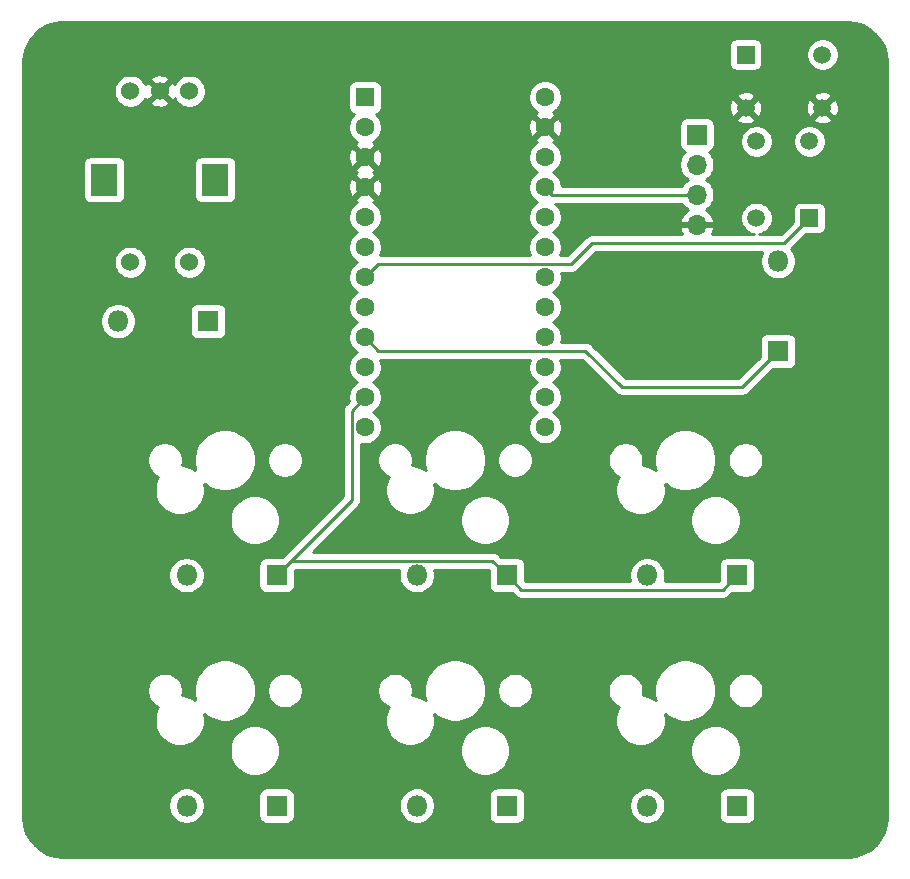
<source format=gbl>
%TF.GenerationSoftware,KiCad,Pcbnew,5.1.9-73d0e3b20d~88~ubuntu20.10.1*%
%TF.CreationDate,2021-04-11T15:21:24-07:00*%
%TF.ProjectId,macropad-v2_0_0,6d616372-6f70-4616-942d-76325f305f30,rev?*%
%TF.SameCoordinates,Original*%
%TF.FileFunction,Copper,L2,Bot*%
%TF.FilePolarity,Positive*%
%FSLAX46Y46*%
G04 Gerber Fmt 4.6, Leading zero omitted, Abs format (unit mm)*
G04 Created by KiCad (PCBNEW 5.1.9-73d0e3b20d~88~ubuntu20.10.1) date 2021-04-11 15:21:24*
%MOMM*%
%LPD*%
G01*
G04 APERTURE LIST*
%TA.AperFunction,ComponentPad*%
%ADD10R,1.600000X1.600000*%
%TD*%
%TA.AperFunction,ComponentPad*%
%ADD11C,1.600000*%
%TD*%
%TA.AperFunction,ComponentPad*%
%ADD12R,1.700000X1.700000*%
%TD*%
%TA.AperFunction,ComponentPad*%
%ADD13O,1.700000X1.700000*%
%TD*%
%TA.AperFunction,ComponentPad*%
%ADD14C,1.524000*%
%TD*%
%TA.AperFunction,ComponentPad*%
%ADD15R,2.300000X2.700000*%
%TD*%
%TA.AperFunction,ComponentPad*%
%ADD16R,1.800000X1.800000*%
%TD*%
%TA.AperFunction,ComponentPad*%
%ADD17O,1.800000X1.800000*%
%TD*%
%TA.AperFunction,ComponentPad*%
%ADD18C,1.498000*%
%TD*%
%TA.AperFunction,ComponentPad*%
%ADD19R,1.498000X1.498000*%
%TD*%
%TA.AperFunction,Conductor*%
%ADD20C,0.250000*%
%TD*%
%TA.AperFunction,Conductor*%
%ADD21C,0.254000*%
%TD*%
%TA.AperFunction,Conductor*%
%ADD22C,0.100000*%
%TD*%
G04 APERTURE END LIST*
D10*
%TO.P,U1,1*%
%TO.N,Net-(U1-Pad1)*%
X129630000Y-107030000D03*
D11*
%TO.P,U1,2*%
%TO.N,Net-(U1-Pad2)*%
X129630000Y-109570000D03*
%TO.P,U1,3*%
%TO.N,GND*%
X129630000Y-112110000D03*
%TO.P,U1,4*%
X129630000Y-114650000D03*
%TO.P,U1,5*%
%TO.N,Net-(J1-Pad1)*%
X129630000Y-117190000D03*
%TO.P,U1,6*%
%TO.N,Net-(J1-Pad2)*%
X129630000Y-119730000D03*
%TO.P,U1,7*%
%TO.N,Col_2*%
X129630000Y-122270000D03*
%TO.P,U1,8*%
%TO.N,Col_1*%
X129630000Y-124810000D03*
%TO.P,U1,9*%
%TO.N,Row_Extra*%
X129630000Y-127350000D03*
%TO.P,U1,10*%
%TO.N,Col_0*%
X129630000Y-129890000D03*
%TO.P,U1,11*%
%TO.N,Row_0*%
X129630000Y-132430000D03*
%TO.P,U1,12*%
%TO.N,Row_1*%
X129630000Y-134970000D03*
%TO.P,U1,13*%
%TO.N,Net-(U1-Pad13)*%
X144870000Y-134970000D03*
%TO.P,U1,14*%
%TO.N,Net-(U1-Pad14)*%
X144870000Y-132430000D03*
%TO.P,U1,15*%
%TO.N,Net-(SW7-PadA)*%
X144870000Y-129890000D03*
%TO.P,U1,16*%
%TO.N,Net-(SW7-PadB)*%
X144870000Y-127350000D03*
%TO.P,U1,17*%
%TO.N,Net-(U1-Pad17)*%
X144870000Y-124810000D03*
%TO.P,U1,18*%
%TO.N,Net-(U1-Pad18)*%
X144870000Y-122270000D03*
%TO.P,U1,19*%
%TO.N,Net-(U1-Pad19)*%
X144870000Y-119730000D03*
%TO.P,U1,20*%
%TO.N,Net-(U1-Pad20)*%
X144870000Y-117190000D03*
%TO.P,U1,21*%
%TO.N,VCC*%
X144870000Y-114650000D03*
%TO.P,U1,22*%
%TO.N,Net-(SW9-Pad1)*%
X144870000Y-112110000D03*
%TO.P,U1,23*%
%TO.N,GND*%
X144870000Y-109570000D03*
%TO.P,U1,24*%
%TO.N,Net-(U1-Pad24)*%
X144870000Y-107030000D03*
%TD*%
D12*
%TO.P,J1,1*%
%TO.N,Net-(J1-Pad1)*%
X157730000Y-110190000D03*
D13*
%TO.P,J1,2*%
%TO.N,Net-(J1-Pad2)*%
X157730000Y-112730000D03*
%TO.P,J1,3*%
%TO.N,VCC*%
X157730000Y-115270000D03*
%TO.P,J1,4*%
%TO.N,GND*%
X157730000Y-117810000D03*
%TD*%
D14*
%TO.P,SW7,S2*%
%TO.N,Col_1*%
X114750000Y-121000000D03*
%TO.P,SW7,S1*%
%TO.N,Encoder_S1*%
X109750000Y-121000000D03*
%TO.P,SW7,B*%
%TO.N,Net-(SW7-PadB)*%
X114750000Y-106500000D03*
%TO.P,SW7,C*%
%TO.N,GND*%
X112250000Y-106500000D03*
%TO.P,SW7,A*%
%TO.N,Net-(SW7-PadA)*%
X109750000Y-106500000D03*
D15*
%TO.P,SW7,MP*%
%TO.N,N/C*%
X107550000Y-114000000D03*
X116950000Y-114000000D03*
%TD*%
D16*
%TO.P,D1,1*%
%TO.N,Row_0*%
X122135000Y-147500000D03*
D17*
%TO.P,D1,2*%
%TO.N,Net-(D1-Pad2)*%
X114515000Y-147500000D03*
%TD*%
%TO.P,D2,2*%
%TO.N,Net-(D2-Pad2)*%
X134015000Y-147500000D03*
D16*
%TO.P,D2,1*%
%TO.N,Row_0*%
X141635000Y-147500000D03*
%TD*%
%TO.P,D3,1*%
%TO.N,Row_0*%
X161135000Y-147500000D03*
D17*
%TO.P,D3,2*%
%TO.N,Net-(D3-Pad2)*%
X153515000Y-147500000D03*
%TD*%
%TO.P,D4,2*%
%TO.N,Net-(D4-Pad2)*%
X114515000Y-167000000D03*
D16*
%TO.P,D4,1*%
%TO.N,Row_1*%
X122135000Y-167000000D03*
%TD*%
%TO.P,D5,1*%
%TO.N,Row_1*%
X141635000Y-167000000D03*
D17*
%TO.P,D5,2*%
%TO.N,Net-(D5-Pad2)*%
X134015000Y-167000000D03*
%TD*%
%TO.P,D6,2*%
%TO.N,Net-(D6-Pad2)*%
X153515000Y-167000000D03*
D16*
%TO.P,D6,1*%
%TO.N,Row_1*%
X161135000Y-167000000D03*
%TD*%
D17*
%TO.P,D7,2*%
%TO.N,Encoder_S1*%
X108712000Y-125984000D03*
D16*
%TO.P,D7,1*%
%TO.N,Row_Extra*%
X116332000Y-125984000D03*
%TD*%
%TO.P,D8,1*%
%TO.N,Row_Extra*%
X164592000Y-128524000D03*
D17*
%TO.P,D8,2*%
%TO.N,Net-(D8-Pad2)*%
X164592000Y-120904000D03*
%TD*%
D18*
%TO.P,SW8,2*%
%TO.N,Col_2*%
X167250000Y-110750000D03*
%TO.P,SW8,4*%
%TO.N,Net-(D8-Pad2)*%
X162750000Y-110750000D03*
D19*
%TO.P,SW8,1*%
%TO.N,Col_2*%
X167250000Y-117250000D03*
D18*
%TO.P,SW8,3*%
%TO.N,Net-(D8-Pad2)*%
X162750000Y-117250000D03*
%TD*%
%TO.P,Reset,3*%
%TO.N,GND*%
X161850000Y-107914000D03*
D19*
%TO.P,Reset,1*%
%TO.N,Net-(SW9-Pad1)*%
X161850000Y-103414000D03*
D18*
%TO.P,Reset,4*%
%TO.N,GND*%
X168350000Y-107914000D03*
%TO.P,Reset,2*%
%TO.N,Net-(SW9-Pad1)*%
X168350000Y-103414000D03*
%TD*%
D20*
%TO.N,VCC*%
X145490000Y-115270000D02*
X144870000Y-114650000D01*
X157730000Y-115270000D02*
X145490000Y-115270000D01*
%TO.N,Row_0*%
X128504999Y-141130001D02*
X122135000Y-147500000D01*
X128504999Y-133555001D02*
X128504999Y-141130001D01*
X129630000Y-132430000D02*
X128504999Y-133555001D01*
X123360001Y-146274999D02*
X122135000Y-147500000D01*
X140409999Y-146274999D02*
X123360001Y-146274999D01*
X141635000Y-147500000D02*
X140409999Y-146274999D01*
X159909999Y-148725001D02*
X161135000Y-147500000D01*
X142860001Y-148725001D02*
X159909999Y-148725001D01*
X141635000Y-147500000D02*
X142860001Y-148725001D01*
%TO.N,Col_2*%
X130755001Y-121144999D02*
X147079001Y-121144999D01*
X129630000Y-122270000D02*
X130755001Y-121144999D01*
X147079001Y-121144999D02*
X148844000Y-119380000D01*
X165120000Y-119380000D02*
X167250000Y-117250000D01*
X148844000Y-119380000D02*
X165120000Y-119380000D01*
%TO.N,Row_Extra*%
X130755001Y-128475001D02*
X148287001Y-128475001D01*
X129630000Y-127350000D02*
X130755001Y-128475001D01*
X148287001Y-128475001D02*
X151384000Y-131572000D01*
X161544000Y-131572000D02*
X164592000Y-128524000D01*
X151384000Y-131572000D02*
X161544000Y-131572000D01*
%TD*%
D21*
%TO.N,GND*%
X171143248Y-100751356D02*
X171761998Y-100938168D01*
X172332675Y-101241602D01*
X172833548Y-101650104D01*
X173245536Y-102148112D01*
X173552948Y-102716658D01*
X173744075Y-103334090D01*
X173815000Y-104008894D01*
X173815001Y-167966486D01*
X173748644Y-168643248D01*
X173561833Y-169261996D01*
X173258398Y-169832675D01*
X172849896Y-170333548D01*
X172351888Y-170745536D01*
X171783342Y-171052948D01*
X171165909Y-171244075D01*
X170491107Y-171315000D01*
X104033504Y-171315000D01*
X103356752Y-171248644D01*
X102738004Y-171061833D01*
X102167325Y-170758398D01*
X101666452Y-170349896D01*
X101254464Y-169851888D01*
X100947052Y-169283342D01*
X100755925Y-168665909D01*
X100685000Y-167991107D01*
X100685000Y-166848816D01*
X112980000Y-166848816D01*
X112980000Y-167151184D01*
X113038989Y-167447743D01*
X113154701Y-167727095D01*
X113322688Y-167978505D01*
X113536495Y-168192312D01*
X113787905Y-168360299D01*
X114067257Y-168476011D01*
X114363816Y-168535000D01*
X114666184Y-168535000D01*
X114962743Y-168476011D01*
X115242095Y-168360299D01*
X115493505Y-168192312D01*
X115707312Y-167978505D01*
X115875299Y-167727095D01*
X115991011Y-167447743D01*
X116050000Y-167151184D01*
X116050000Y-166848816D01*
X115991011Y-166552257D01*
X115875299Y-166272905D01*
X115759768Y-166100000D01*
X120596928Y-166100000D01*
X120596928Y-167900000D01*
X120609188Y-168024482D01*
X120645498Y-168144180D01*
X120704463Y-168254494D01*
X120783815Y-168351185D01*
X120880506Y-168430537D01*
X120990820Y-168489502D01*
X121110518Y-168525812D01*
X121235000Y-168538072D01*
X123035000Y-168538072D01*
X123159482Y-168525812D01*
X123279180Y-168489502D01*
X123389494Y-168430537D01*
X123486185Y-168351185D01*
X123565537Y-168254494D01*
X123624502Y-168144180D01*
X123660812Y-168024482D01*
X123673072Y-167900000D01*
X123673072Y-166848816D01*
X132480000Y-166848816D01*
X132480000Y-167151184D01*
X132538989Y-167447743D01*
X132654701Y-167727095D01*
X132822688Y-167978505D01*
X133036495Y-168192312D01*
X133287905Y-168360299D01*
X133567257Y-168476011D01*
X133863816Y-168535000D01*
X134166184Y-168535000D01*
X134462743Y-168476011D01*
X134742095Y-168360299D01*
X134993505Y-168192312D01*
X135207312Y-167978505D01*
X135375299Y-167727095D01*
X135491011Y-167447743D01*
X135550000Y-167151184D01*
X135550000Y-166848816D01*
X135491011Y-166552257D01*
X135375299Y-166272905D01*
X135259768Y-166100000D01*
X140096928Y-166100000D01*
X140096928Y-167900000D01*
X140109188Y-168024482D01*
X140145498Y-168144180D01*
X140204463Y-168254494D01*
X140283815Y-168351185D01*
X140380506Y-168430537D01*
X140490820Y-168489502D01*
X140610518Y-168525812D01*
X140735000Y-168538072D01*
X142535000Y-168538072D01*
X142659482Y-168525812D01*
X142779180Y-168489502D01*
X142889494Y-168430537D01*
X142986185Y-168351185D01*
X143065537Y-168254494D01*
X143124502Y-168144180D01*
X143160812Y-168024482D01*
X143173072Y-167900000D01*
X143173072Y-166848816D01*
X151980000Y-166848816D01*
X151980000Y-167151184D01*
X152038989Y-167447743D01*
X152154701Y-167727095D01*
X152322688Y-167978505D01*
X152536495Y-168192312D01*
X152787905Y-168360299D01*
X153067257Y-168476011D01*
X153363816Y-168535000D01*
X153666184Y-168535000D01*
X153962743Y-168476011D01*
X154242095Y-168360299D01*
X154493505Y-168192312D01*
X154707312Y-167978505D01*
X154875299Y-167727095D01*
X154991011Y-167447743D01*
X155050000Y-167151184D01*
X155050000Y-166848816D01*
X154991011Y-166552257D01*
X154875299Y-166272905D01*
X154759768Y-166100000D01*
X159596928Y-166100000D01*
X159596928Y-167900000D01*
X159609188Y-168024482D01*
X159645498Y-168144180D01*
X159704463Y-168254494D01*
X159783815Y-168351185D01*
X159880506Y-168430537D01*
X159990820Y-168489502D01*
X160110518Y-168525812D01*
X160235000Y-168538072D01*
X162035000Y-168538072D01*
X162159482Y-168525812D01*
X162279180Y-168489502D01*
X162389494Y-168430537D01*
X162486185Y-168351185D01*
X162565537Y-168254494D01*
X162624502Y-168144180D01*
X162660812Y-168024482D01*
X162673072Y-167900000D01*
X162673072Y-166100000D01*
X162660812Y-165975518D01*
X162624502Y-165855820D01*
X162565537Y-165745506D01*
X162486185Y-165648815D01*
X162389494Y-165569463D01*
X162279180Y-165510498D01*
X162159482Y-165474188D01*
X162035000Y-165461928D01*
X160235000Y-165461928D01*
X160110518Y-165474188D01*
X159990820Y-165510498D01*
X159880506Y-165569463D01*
X159783815Y-165648815D01*
X159704463Y-165745506D01*
X159645498Y-165855820D01*
X159609188Y-165975518D01*
X159596928Y-166100000D01*
X154759768Y-166100000D01*
X154707312Y-166021495D01*
X154493505Y-165807688D01*
X154242095Y-165639701D01*
X153962743Y-165523989D01*
X153666184Y-165465000D01*
X153363816Y-165465000D01*
X153067257Y-165523989D01*
X152787905Y-165639701D01*
X152536495Y-165807688D01*
X152322688Y-166021495D01*
X152154701Y-166272905D01*
X152038989Y-166552257D01*
X151980000Y-166848816D01*
X143173072Y-166848816D01*
X143173072Y-166100000D01*
X143160812Y-165975518D01*
X143124502Y-165855820D01*
X143065537Y-165745506D01*
X142986185Y-165648815D01*
X142889494Y-165569463D01*
X142779180Y-165510498D01*
X142659482Y-165474188D01*
X142535000Y-165461928D01*
X140735000Y-165461928D01*
X140610518Y-165474188D01*
X140490820Y-165510498D01*
X140380506Y-165569463D01*
X140283815Y-165648815D01*
X140204463Y-165745506D01*
X140145498Y-165855820D01*
X140109188Y-165975518D01*
X140096928Y-166100000D01*
X135259768Y-166100000D01*
X135207312Y-166021495D01*
X134993505Y-165807688D01*
X134742095Y-165639701D01*
X134462743Y-165523989D01*
X134166184Y-165465000D01*
X133863816Y-165465000D01*
X133567257Y-165523989D01*
X133287905Y-165639701D01*
X133036495Y-165807688D01*
X132822688Y-166021495D01*
X132654701Y-166272905D01*
X132538989Y-166552257D01*
X132480000Y-166848816D01*
X123673072Y-166848816D01*
X123673072Y-166100000D01*
X123660812Y-165975518D01*
X123624502Y-165855820D01*
X123565537Y-165745506D01*
X123486185Y-165648815D01*
X123389494Y-165569463D01*
X123279180Y-165510498D01*
X123159482Y-165474188D01*
X123035000Y-165461928D01*
X121235000Y-165461928D01*
X121110518Y-165474188D01*
X120990820Y-165510498D01*
X120880506Y-165569463D01*
X120783815Y-165648815D01*
X120704463Y-165745506D01*
X120645498Y-165855820D01*
X120609188Y-165975518D01*
X120596928Y-166100000D01*
X115759768Y-166100000D01*
X115707312Y-166021495D01*
X115493505Y-165807688D01*
X115242095Y-165639701D01*
X114962743Y-165523989D01*
X114666184Y-165465000D01*
X114363816Y-165465000D01*
X114067257Y-165523989D01*
X113787905Y-165639701D01*
X113536495Y-165807688D01*
X113322688Y-166021495D01*
X113154701Y-166272905D01*
X113038989Y-166552257D01*
X112980000Y-166848816D01*
X100685000Y-166848816D01*
X100685000Y-162119721D01*
X118155000Y-162119721D01*
X118155000Y-162540279D01*
X118237047Y-162952756D01*
X118397988Y-163341302D01*
X118631637Y-163690983D01*
X118929017Y-163988363D01*
X119278698Y-164222012D01*
X119667244Y-164382953D01*
X120079721Y-164465000D01*
X120500279Y-164465000D01*
X120912756Y-164382953D01*
X121301302Y-164222012D01*
X121650983Y-163988363D01*
X121948363Y-163690983D01*
X122182012Y-163341302D01*
X122342953Y-162952756D01*
X122425000Y-162540279D01*
X122425000Y-162119721D01*
X137655000Y-162119721D01*
X137655000Y-162540279D01*
X137737047Y-162952756D01*
X137897988Y-163341302D01*
X138131637Y-163690983D01*
X138429017Y-163988363D01*
X138778698Y-164222012D01*
X139167244Y-164382953D01*
X139579721Y-164465000D01*
X140000279Y-164465000D01*
X140412756Y-164382953D01*
X140801302Y-164222012D01*
X141150983Y-163988363D01*
X141448363Y-163690983D01*
X141682012Y-163341302D01*
X141842953Y-162952756D01*
X141925000Y-162540279D01*
X141925000Y-162119721D01*
X157155000Y-162119721D01*
X157155000Y-162540279D01*
X157237047Y-162952756D01*
X157397988Y-163341302D01*
X157631637Y-163690983D01*
X157929017Y-163988363D01*
X158278698Y-164222012D01*
X158667244Y-164382953D01*
X159079721Y-164465000D01*
X159500279Y-164465000D01*
X159912756Y-164382953D01*
X160301302Y-164222012D01*
X160650983Y-163988363D01*
X160948363Y-163690983D01*
X161182012Y-163341302D01*
X161342953Y-162952756D01*
X161425000Y-162540279D01*
X161425000Y-162119721D01*
X161342953Y-161707244D01*
X161182012Y-161318698D01*
X160948363Y-160969017D01*
X160650983Y-160671637D01*
X160301302Y-160437988D01*
X159912756Y-160277047D01*
X159500279Y-160195000D01*
X159079721Y-160195000D01*
X158667244Y-160277047D01*
X158278698Y-160437988D01*
X157929017Y-160671637D01*
X157631637Y-160969017D01*
X157397988Y-161318698D01*
X157237047Y-161707244D01*
X157155000Y-162119721D01*
X141925000Y-162119721D01*
X141842953Y-161707244D01*
X141682012Y-161318698D01*
X141448363Y-160969017D01*
X141150983Y-160671637D01*
X140801302Y-160437988D01*
X140412756Y-160277047D01*
X140000279Y-160195000D01*
X139579721Y-160195000D01*
X139167244Y-160277047D01*
X138778698Y-160437988D01*
X138429017Y-160671637D01*
X138131637Y-160969017D01*
X137897988Y-161318698D01*
X137737047Y-161707244D01*
X137655000Y-162119721D01*
X122425000Y-162119721D01*
X122342953Y-161707244D01*
X122182012Y-161318698D01*
X121948363Y-160969017D01*
X121650983Y-160671637D01*
X121301302Y-160437988D01*
X120912756Y-160277047D01*
X120500279Y-160195000D01*
X120079721Y-160195000D01*
X119667244Y-160277047D01*
X119278698Y-160437988D01*
X118929017Y-160671637D01*
X118631637Y-160969017D01*
X118397988Y-161318698D01*
X118237047Y-161707244D01*
X118155000Y-162119721D01*
X100685000Y-162119721D01*
X100685000Y-157101278D01*
X111160000Y-157101278D01*
X111160000Y-157398722D01*
X111218029Y-157690451D01*
X111331856Y-157965253D01*
X111497107Y-158212569D01*
X111707431Y-158422893D01*
X111954747Y-158588144D01*
X112127499Y-158659701D01*
X112047988Y-158778698D01*
X111887047Y-159167244D01*
X111805000Y-159579721D01*
X111805000Y-160000279D01*
X111887047Y-160412756D01*
X112047988Y-160801302D01*
X112281637Y-161150983D01*
X112579017Y-161448363D01*
X112928698Y-161682012D01*
X113317244Y-161842953D01*
X113729721Y-161925000D01*
X114150279Y-161925000D01*
X114562756Y-161842953D01*
X114951302Y-161682012D01*
X115300983Y-161448363D01*
X115598363Y-161150983D01*
X115832012Y-160801302D01*
X115992953Y-160412756D01*
X116075000Y-160000279D01*
X116075000Y-159579721D01*
X116005905Y-159232358D01*
X116070285Y-159296738D01*
X116501859Y-159585107D01*
X116981399Y-159783739D01*
X117490475Y-159885000D01*
X118009525Y-159885000D01*
X118518601Y-159783739D01*
X118998141Y-159585107D01*
X119429715Y-159296738D01*
X119796738Y-158929715D01*
X120085107Y-158498141D01*
X120283739Y-158018601D01*
X120385000Y-157509525D01*
X120385000Y-157101278D01*
X121320000Y-157101278D01*
X121320000Y-157398722D01*
X121378029Y-157690451D01*
X121491856Y-157965253D01*
X121657107Y-158212569D01*
X121867431Y-158422893D01*
X122114747Y-158588144D01*
X122389549Y-158701971D01*
X122681278Y-158760000D01*
X122978722Y-158760000D01*
X123270451Y-158701971D01*
X123545253Y-158588144D01*
X123792569Y-158422893D01*
X124002893Y-158212569D01*
X124168144Y-157965253D01*
X124281971Y-157690451D01*
X124340000Y-157398722D01*
X124340000Y-157101278D01*
X130660000Y-157101278D01*
X130660000Y-157398722D01*
X130718029Y-157690451D01*
X130831856Y-157965253D01*
X130997107Y-158212569D01*
X131207431Y-158422893D01*
X131454747Y-158588144D01*
X131627499Y-158659701D01*
X131547988Y-158778698D01*
X131387047Y-159167244D01*
X131305000Y-159579721D01*
X131305000Y-160000279D01*
X131387047Y-160412756D01*
X131547988Y-160801302D01*
X131781637Y-161150983D01*
X132079017Y-161448363D01*
X132428698Y-161682012D01*
X132817244Y-161842953D01*
X133229721Y-161925000D01*
X133650279Y-161925000D01*
X134062756Y-161842953D01*
X134451302Y-161682012D01*
X134800983Y-161448363D01*
X135098363Y-161150983D01*
X135332012Y-160801302D01*
X135492953Y-160412756D01*
X135575000Y-160000279D01*
X135575000Y-159579721D01*
X135505905Y-159232358D01*
X135570285Y-159296738D01*
X136001859Y-159585107D01*
X136481399Y-159783739D01*
X136990475Y-159885000D01*
X137509525Y-159885000D01*
X138018601Y-159783739D01*
X138498141Y-159585107D01*
X138929715Y-159296738D01*
X139296738Y-158929715D01*
X139585107Y-158498141D01*
X139783739Y-158018601D01*
X139885000Y-157509525D01*
X139885000Y-157101278D01*
X140820000Y-157101278D01*
X140820000Y-157398722D01*
X140878029Y-157690451D01*
X140991856Y-157965253D01*
X141157107Y-158212569D01*
X141367431Y-158422893D01*
X141614747Y-158588144D01*
X141889549Y-158701971D01*
X142181278Y-158760000D01*
X142478722Y-158760000D01*
X142770451Y-158701971D01*
X143045253Y-158588144D01*
X143292569Y-158422893D01*
X143502893Y-158212569D01*
X143668144Y-157965253D01*
X143781971Y-157690451D01*
X143840000Y-157398722D01*
X143840000Y-157101278D01*
X150160000Y-157101278D01*
X150160000Y-157398722D01*
X150218029Y-157690451D01*
X150331856Y-157965253D01*
X150497107Y-158212569D01*
X150707431Y-158422893D01*
X150954747Y-158588144D01*
X151127499Y-158659701D01*
X151047988Y-158778698D01*
X150887047Y-159167244D01*
X150805000Y-159579721D01*
X150805000Y-160000279D01*
X150887047Y-160412756D01*
X151047988Y-160801302D01*
X151281637Y-161150983D01*
X151579017Y-161448363D01*
X151928698Y-161682012D01*
X152317244Y-161842953D01*
X152729721Y-161925000D01*
X153150279Y-161925000D01*
X153562756Y-161842953D01*
X153951302Y-161682012D01*
X154300983Y-161448363D01*
X154598363Y-161150983D01*
X154832012Y-160801302D01*
X154992953Y-160412756D01*
X155075000Y-160000279D01*
X155075000Y-159579721D01*
X155005905Y-159232358D01*
X155070285Y-159296738D01*
X155501859Y-159585107D01*
X155981399Y-159783739D01*
X156490475Y-159885000D01*
X157009525Y-159885000D01*
X157518601Y-159783739D01*
X157998141Y-159585107D01*
X158429715Y-159296738D01*
X158796738Y-158929715D01*
X159085107Y-158498141D01*
X159283739Y-158018601D01*
X159385000Y-157509525D01*
X159385000Y-157101278D01*
X160320000Y-157101278D01*
X160320000Y-157398722D01*
X160378029Y-157690451D01*
X160491856Y-157965253D01*
X160657107Y-158212569D01*
X160867431Y-158422893D01*
X161114747Y-158588144D01*
X161389549Y-158701971D01*
X161681278Y-158760000D01*
X161978722Y-158760000D01*
X162270451Y-158701971D01*
X162545253Y-158588144D01*
X162792569Y-158422893D01*
X163002893Y-158212569D01*
X163168144Y-157965253D01*
X163281971Y-157690451D01*
X163340000Y-157398722D01*
X163340000Y-157101278D01*
X163281971Y-156809549D01*
X163168144Y-156534747D01*
X163002893Y-156287431D01*
X162792569Y-156077107D01*
X162545253Y-155911856D01*
X162270451Y-155798029D01*
X161978722Y-155740000D01*
X161681278Y-155740000D01*
X161389549Y-155798029D01*
X161114747Y-155911856D01*
X160867431Y-156077107D01*
X160657107Y-156287431D01*
X160491856Y-156534747D01*
X160378029Y-156809549D01*
X160320000Y-157101278D01*
X159385000Y-157101278D01*
X159385000Y-156990475D01*
X159283739Y-156481399D01*
X159085107Y-156001859D01*
X158796738Y-155570285D01*
X158429715Y-155203262D01*
X157998141Y-154914893D01*
X157518601Y-154716261D01*
X157009525Y-154615000D01*
X156490475Y-154615000D01*
X155981399Y-154716261D01*
X155501859Y-154914893D01*
X155070285Y-155203262D01*
X154703262Y-155570285D01*
X154414893Y-156001859D01*
X154216261Y-156481399D01*
X154115000Y-156990475D01*
X154115000Y-157509525D01*
X154216261Y-158018601D01*
X154248578Y-158096621D01*
X153951302Y-157897988D01*
X153562756Y-157737047D01*
X153150279Y-157655000D01*
X153129023Y-157655000D01*
X153180000Y-157398722D01*
X153180000Y-157101278D01*
X153121971Y-156809549D01*
X153008144Y-156534747D01*
X152842893Y-156287431D01*
X152632569Y-156077107D01*
X152385253Y-155911856D01*
X152110451Y-155798029D01*
X151818722Y-155740000D01*
X151521278Y-155740000D01*
X151229549Y-155798029D01*
X150954747Y-155911856D01*
X150707431Y-156077107D01*
X150497107Y-156287431D01*
X150331856Y-156534747D01*
X150218029Y-156809549D01*
X150160000Y-157101278D01*
X143840000Y-157101278D01*
X143781971Y-156809549D01*
X143668144Y-156534747D01*
X143502893Y-156287431D01*
X143292569Y-156077107D01*
X143045253Y-155911856D01*
X142770451Y-155798029D01*
X142478722Y-155740000D01*
X142181278Y-155740000D01*
X141889549Y-155798029D01*
X141614747Y-155911856D01*
X141367431Y-156077107D01*
X141157107Y-156287431D01*
X140991856Y-156534747D01*
X140878029Y-156809549D01*
X140820000Y-157101278D01*
X139885000Y-157101278D01*
X139885000Y-156990475D01*
X139783739Y-156481399D01*
X139585107Y-156001859D01*
X139296738Y-155570285D01*
X138929715Y-155203262D01*
X138498141Y-154914893D01*
X138018601Y-154716261D01*
X137509525Y-154615000D01*
X136990475Y-154615000D01*
X136481399Y-154716261D01*
X136001859Y-154914893D01*
X135570285Y-155203262D01*
X135203262Y-155570285D01*
X134914893Y-156001859D01*
X134716261Y-156481399D01*
X134615000Y-156990475D01*
X134615000Y-157509525D01*
X134716261Y-158018601D01*
X134748578Y-158096621D01*
X134451302Y-157897988D01*
X134062756Y-157737047D01*
X133650279Y-157655000D01*
X133629023Y-157655000D01*
X133680000Y-157398722D01*
X133680000Y-157101278D01*
X133621971Y-156809549D01*
X133508144Y-156534747D01*
X133342893Y-156287431D01*
X133132569Y-156077107D01*
X132885253Y-155911856D01*
X132610451Y-155798029D01*
X132318722Y-155740000D01*
X132021278Y-155740000D01*
X131729549Y-155798029D01*
X131454747Y-155911856D01*
X131207431Y-156077107D01*
X130997107Y-156287431D01*
X130831856Y-156534747D01*
X130718029Y-156809549D01*
X130660000Y-157101278D01*
X124340000Y-157101278D01*
X124281971Y-156809549D01*
X124168144Y-156534747D01*
X124002893Y-156287431D01*
X123792569Y-156077107D01*
X123545253Y-155911856D01*
X123270451Y-155798029D01*
X122978722Y-155740000D01*
X122681278Y-155740000D01*
X122389549Y-155798029D01*
X122114747Y-155911856D01*
X121867431Y-156077107D01*
X121657107Y-156287431D01*
X121491856Y-156534747D01*
X121378029Y-156809549D01*
X121320000Y-157101278D01*
X120385000Y-157101278D01*
X120385000Y-156990475D01*
X120283739Y-156481399D01*
X120085107Y-156001859D01*
X119796738Y-155570285D01*
X119429715Y-155203262D01*
X118998141Y-154914893D01*
X118518601Y-154716261D01*
X118009525Y-154615000D01*
X117490475Y-154615000D01*
X116981399Y-154716261D01*
X116501859Y-154914893D01*
X116070285Y-155203262D01*
X115703262Y-155570285D01*
X115414893Y-156001859D01*
X115216261Y-156481399D01*
X115115000Y-156990475D01*
X115115000Y-157509525D01*
X115216261Y-158018601D01*
X115248578Y-158096621D01*
X114951302Y-157897988D01*
X114562756Y-157737047D01*
X114150279Y-157655000D01*
X114129023Y-157655000D01*
X114180000Y-157398722D01*
X114180000Y-157101278D01*
X114121971Y-156809549D01*
X114008144Y-156534747D01*
X113842893Y-156287431D01*
X113632569Y-156077107D01*
X113385253Y-155911856D01*
X113110451Y-155798029D01*
X112818722Y-155740000D01*
X112521278Y-155740000D01*
X112229549Y-155798029D01*
X111954747Y-155911856D01*
X111707431Y-156077107D01*
X111497107Y-156287431D01*
X111331856Y-156534747D01*
X111218029Y-156809549D01*
X111160000Y-157101278D01*
X100685000Y-157101278D01*
X100685000Y-147348816D01*
X112980000Y-147348816D01*
X112980000Y-147651184D01*
X113038989Y-147947743D01*
X113154701Y-148227095D01*
X113322688Y-148478505D01*
X113536495Y-148692312D01*
X113787905Y-148860299D01*
X114067257Y-148976011D01*
X114363816Y-149035000D01*
X114666184Y-149035000D01*
X114962743Y-148976011D01*
X115242095Y-148860299D01*
X115493505Y-148692312D01*
X115707312Y-148478505D01*
X115875299Y-148227095D01*
X115991011Y-147947743D01*
X116050000Y-147651184D01*
X116050000Y-147348816D01*
X115991011Y-147052257D01*
X115875299Y-146772905D01*
X115759768Y-146600000D01*
X120596928Y-146600000D01*
X120596928Y-148400000D01*
X120609188Y-148524482D01*
X120645498Y-148644180D01*
X120704463Y-148754494D01*
X120783815Y-148851185D01*
X120880506Y-148930537D01*
X120990820Y-148989502D01*
X121110518Y-149025812D01*
X121235000Y-149038072D01*
X123035000Y-149038072D01*
X123159482Y-149025812D01*
X123279180Y-148989502D01*
X123389494Y-148930537D01*
X123486185Y-148851185D01*
X123565537Y-148754494D01*
X123624502Y-148644180D01*
X123660812Y-148524482D01*
X123673072Y-148400000D01*
X123673072Y-147036730D01*
X123674803Y-147034999D01*
X132546138Y-147034999D01*
X132538989Y-147052257D01*
X132480000Y-147348816D01*
X132480000Y-147651184D01*
X132538989Y-147947743D01*
X132654701Y-148227095D01*
X132822688Y-148478505D01*
X133036495Y-148692312D01*
X133287905Y-148860299D01*
X133567257Y-148976011D01*
X133863816Y-149035000D01*
X134166184Y-149035000D01*
X134462743Y-148976011D01*
X134742095Y-148860299D01*
X134993505Y-148692312D01*
X135207312Y-148478505D01*
X135375299Y-148227095D01*
X135491011Y-147947743D01*
X135550000Y-147651184D01*
X135550000Y-147348816D01*
X135491011Y-147052257D01*
X135483862Y-147034999D01*
X140095198Y-147034999D01*
X140096928Y-147036729D01*
X140096928Y-148400000D01*
X140109188Y-148524482D01*
X140145498Y-148644180D01*
X140204463Y-148754494D01*
X140283815Y-148851185D01*
X140380506Y-148930537D01*
X140490820Y-148989502D01*
X140610518Y-149025812D01*
X140735000Y-149038072D01*
X142098270Y-149038072D01*
X142296202Y-149236004D01*
X142320000Y-149265002D01*
X142348998Y-149288800D01*
X142435724Y-149359975D01*
X142567754Y-149430547D01*
X142711015Y-149474004D01*
X142822668Y-149485001D01*
X142822677Y-149485001D01*
X142860000Y-149488677D01*
X142897323Y-149485001D01*
X159872677Y-149485001D01*
X159909999Y-149488677D01*
X159947321Y-149485001D01*
X159947332Y-149485001D01*
X160058985Y-149474004D01*
X160202246Y-149430547D01*
X160334275Y-149359975D01*
X160450000Y-149265002D01*
X160473803Y-149235998D01*
X160671729Y-149038072D01*
X162035000Y-149038072D01*
X162159482Y-149025812D01*
X162279180Y-148989502D01*
X162389494Y-148930537D01*
X162486185Y-148851185D01*
X162565537Y-148754494D01*
X162624502Y-148644180D01*
X162660812Y-148524482D01*
X162673072Y-148400000D01*
X162673072Y-146600000D01*
X162660812Y-146475518D01*
X162624502Y-146355820D01*
X162565537Y-146245506D01*
X162486185Y-146148815D01*
X162389494Y-146069463D01*
X162279180Y-146010498D01*
X162159482Y-145974188D01*
X162035000Y-145961928D01*
X160235000Y-145961928D01*
X160110518Y-145974188D01*
X159990820Y-146010498D01*
X159880506Y-146069463D01*
X159783815Y-146148815D01*
X159704463Y-146245506D01*
X159645498Y-146355820D01*
X159609188Y-146475518D01*
X159596928Y-146600000D01*
X159596928Y-147963271D01*
X159595198Y-147965001D01*
X154983862Y-147965001D01*
X154991011Y-147947743D01*
X155050000Y-147651184D01*
X155050000Y-147348816D01*
X154991011Y-147052257D01*
X154875299Y-146772905D01*
X154707312Y-146521495D01*
X154493505Y-146307688D01*
X154242095Y-146139701D01*
X153962743Y-146023989D01*
X153666184Y-145965000D01*
X153363816Y-145965000D01*
X153067257Y-146023989D01*
X152787905Y-146139701D01*
X152536495Y-146307688D01*
X152322688Y-146521495D01*
X152154701Y-146772905D01*
X152038989Y-147052257D01*
X151980000Y-147348816D01*
X151980000Y-147651184D01*
X152038989Y-147947743D01*
X152046138Y-147965001D01*
X143174803Y-147965001D01*
X143173072Y-147963270D01*
X143173072Y-146600000D01*
X143160812Y-146475518D01*
X143124502Y-146355820D01*
X143065537Y-146245506D01*
X142986185Y-146148815D01*
X142889494Y-146069463D01*
X142779180Y-146010498D01*
X142659482Y-145974188D01*
X142535000Y-145961928D01*
X141171729Y-145961928D01*
X140973803Y-145764002D01*
X140950000Y-145734998D01*
X140834275Y-145640025D01*
X140702246Y-145569453D01*
X140558985Y-145525996D01*
X140447332Y-145514999D01*
X140447321Y-145514999D01*
X140409999Y-145511323D01*
X140372677Y-145514999D01*
X125194802Y-145514999D01*
X128090080Y-142619721D01*
X137655000Y-142619721D01*
X137655000Y-143040279D01*
X137737047Y-143452756D01*
X137897988Y-143841302D01*
X138131637Y-144190983D01*
X138429017Y-144488363D01*
X138778698Y-144722012D01*
X139167244Y-144882953D01*
X139579721Y-144965000D01*
X140000279Y-144965000D01*
X140412756Y-144882953D01*
X140801302Y-144722012D01*
X141150983Y-144488363D01*
X141448363Y-144190983D01*
X141682012Y-143841302D01*
X141842953Y-143452756D01*
X141925000Y-143040279D01*
X141925000Y-142619721D01*
X157155000Y-142619721D01*
X157155000Y-143040279D01*
X157237047Y-143452756D01*
X157397988Y-143841302D01*
X157631637Y-144190983D01*
X157929017Y-144488363D01*
X158278698Y-144722012D01*
X158667244Y-144882953D01*
X159079721Y-144965000D01*
X159500279Y-144965000D01*
X159912756Y-144882953D01*
X160301302Y-144722012D01*
X160650983Y-144488363D01*
X160948363Y-144190983D01*
X161182012Y-143841302D01*
X161342953Y-143452756D01*
X161425000Y-143040279D01*
X161425000Y-142619721D01*
X161342953Y-142207244D01*
X161182012Y-141818698D01*
X160948363Y-141469017D01*
X160650983Y-141171637D01*
X160301302Y-140937988D01*
X159912756Y-140777047D01*
X159500279Y-140695000D01*
X159079721Y-140695000D01*
X158667244Y-140777047D01*
X158278698Y-140937988D01*
X157929017Y-141171637D01*
X157631637Y-141469017D01*
X157397988Y-141818698D01*
X157237047Y-142207244D01*
X157155000Y-142619721D01*
X141925000Y-142619721D01*
X141842953Y-142207244D01*
X141682012Y-141818698D01*
X141448363Y-141469017D01*
X141150983Y-141171637D01*
X140801302Y-140937988D01*
X140412756Y-140777047D01*
X140000279Y-140695000D01*
X139579721Y-140695000D01*
X139167244Y-140777047D01*
X138778698Y-140937988D01*
X138429017Y-141171637D01*
X138131637Y-141469017D01*
X137897988Y-141818698D01*
X137737047Y-142207244D01*
X137655000Y-142619721D01*
X128090080Y-142619721D01*
X129016002Y-141693800D01*
X129045000Y-141670002D01*
X129071331Y-141637918D01*
X129139973Y-141554278D01*
X129210545Y-141422248D01*
X129254002Y-141278987D01*
X129264999Y-141167334D01*
X129264999Y-141167324D01*
X129268675Y-141130001D01*
X129264999Y-141092678D01*
X129264999Y-137601278D01*
X130660000Y-137601278D01*
X130660000Y-137898722D01*
X130718029Y-138190451D01*
X130831856Y-138465253D01*
X130997107Y-138712569D01*
X131207431Y-138922893D01*
X131454747Y-139088144D01*
X131627499Y-139159701D01*
X131547988Y-139278698D01*
X131387047Y-139667244D01*
X131305000Y-140079721D01*
X131305000Y-140500279D01*
X131387047Y-140912756D01*
X131547988Y-141301302D01*
X131781637Y-141650983D01*
X132079017Y-141948363D01*
X132428698Y-142182012D01*
X132817244Y-142342953D01*
X133229721Y-142425000D01*
X133650279Y-142425000D01*
X134062756Y-142342953D01*
X134451302Y-142182012D01*
X134800983Y-141948363D01*
X135098363Y-141650983D01*
X135332012Y-141301302D01*
X135492953Y-140912756D01*
X135575000Y-140500279D01*
X135575000Y-140079721D01*
X135505905Y-139732358D01*
X135570285Y-139796738D01*
X136001859Y-140085107D01*
X136481399Y-140283739D01*
X136990475Y-140385000D01*
X137509525Y-140385000D01*
X138018601Y-140283739D01*
X138498141Y-140085107D01*
X138929715Y-139796738D01*
X139296738Y-139429715D01*
X139585107Y-138998141D01*
X139783739Y-138518601D01*
X139885000Y-138009525D01*
X139885000Y-137601278D01*
X140820000Y-137601278D01*
X140820000Y-137898722D01*
X140878029Y-138190451D01*
X140991856Y-138465253D01*
X141157107Y-138712569D01*
X141367431Y-138922893D01*
X141614747Y-139088144D01*
X141889549Y-139201971D01*
X142181278Y-139260000D01*
X142478722Y-139260000D01*
X142770451Y-139201971D01*
X143045253Y-139088144D01*
X143292569Y-138922893D01*
X143502893Y-138712569D01*
X143668144Y-138465253D01*
X143781971Y-138190451D01*
X143840000Y-137898722D01*
X143840000Y-137601278D01*
X150160000Y-137601278D01*
X150160000Y-137898722D01*
X150218029Y-138190451D01*
X150331856Y-138465253D01*
X150497107Y-138712569D01*
X150707431Y-138922893D01*
X150954747Y-139088144D01*
X151127499Y-139159701D01*
X151047988Y-139278698D01*
X150887047Y-139667244D01*
X150805000Y-140079721D01*
X150805000Y-140500279D01*
X150887047Y-140912756D01*
X151047988Y-141301302D01*
X151281637Y-141650983D01*
X151579017Y-141948363D01*
X151928698Y-142182012D01*
X152317244Y-142342953D01*
X152729721Y-142425000D01*
X153150279Y-142425000D01*
X153562756Y-142342953D01*
X153951302Y-142182012D01*
X154300983Y-141948363D01*
X154598363Y-141650983D01*
X154832012Y-141301302D01*
X154992953Y-140912756D01*
X155075000Y-140500279D01*
X155075000Y-140079721D01*
X155005905Y-139732358D01*
X155070285Y-139796738D01*
X155501859Y-140085107D01*
X155981399Y-140283739D01*
X156490475Y-140385000D01*
X157009525Y-140385000D01*
X157518601Y-140283739D01*
X157998141Y-140085107D01*
X158429715Y-139796738D01*
X158796738Y-139429715D01*
X159085107Y-138998141D01*
X159283739Y-138518601D01*
X159385000Y-138009525D01*
X159385000Y-137601278D01*
X160320000Y-137601278D01*
X160320000Y-137898722D01*
X160378029Y-138190451D01*
X160491856Y-138465253D01*
X160657107Y-138712569D01*
X160867431Y-138922893D01*
X161114747Y-139088144D01*
X161389549Y-139201971D01*
X161681278Y-139260000D01*
X161978722Y-139260000D01*
X162270451Y-139201971D01*
X162545253Y-139088144D01*
X162792569Y-138922893D01*
X163002893Y-138712569D01*
X163168144Y-138465253D01*
X163281971Y-138190451D01*
X163340000Y-137898722D01*
X163340000Y-137601278D01*
X163281971Y-137309549D01*
X163168144Y-137034747D01*
X163002893Y-136787431D01*
X162792569Y-136577107D01*
X162545253Y-136411856D01*
X162270451Y-136298029D01*
X161978722Y-136240000D01*
X161681278Y-136240000D01*
X161389549Y-136298029D01*
X161114747Y-136411856D01*
X160867431Y-136577107D01*
X160657107Y-136787431D01*
X160491856Y-137034747D01*
X160378029Y-137309549D01*
X160320000Y-137601278D01*
X159385000Y-137601278D01*
X159385000Y-137490475D01*
X159283739Y-136981399D01*
X159085107Y-136501859D01*
X158796738Y-136070285D01*
X158429715Y-135703262D01*
X157998141Y-135414893D01*
X157518601Y-135216261D01*
X157009525Y-135115000D01*
X156490475Y-135115000D01*
X155981399Y-135216261D01*
X155501859Y-135414893D01*
X155070285Y-135703262D01*
X154703262Y-136070285D01*
X154414893Y-136501859D01*
X154216261Y-136981399D01*
X154115000Y-137490475D01*
X154115000Y-138009525D01*
X154216261Y-138518601D01*
X154248578Y-138596621D01*
X153951302Y-138397988D01*
X153562756Y-138237047D01*
X153150279Y-138155000D01*
X153129023Y-138155000D01*
X153180000Y-137898722D01*
X153180000Y-137601278D01*
X153121971Y-137309549D01*
X153008144Y-137034747D01*
X152842893Y-136787431D01*
X152632569Y-136577107D01*
X152385253Y-136411856D01*
X152110451Y-136298029D01*
X151818722Y-136240000D01*
X151521278Y-136240000D01*
X151229549Y-136298029D01*
X150954747Y-136411856D01*
X150707431Y-136577107D01*
X150497107Y-136787431D01*
X150331856Y-137034747D01*
X150218029Y-137309549D01*
X150160000Y-137601278D01*
X143840000Y-137601278D01*
X143781971Y-137309549D01*
X143668144Y-137034747D01*
X143502893Y-136787431D01*
X143292569Y-136577107D01*
X143045253Y-136411856D01*
X142770451Y-136298029D01*
X142478722Y-136240000D01*
X142181278Y-136240000D01*
X141889549Y-136298029D01*
X141614747Y-136411856D01*
X141367431Y-136577107D01*
X141157107Y-136787431D01*
X140991856Y-137034747D01*
X140878029Y-137309549D01*
X140820000Y-137601278D01*
X139885000Y-137601278D01*
X139885000Y-137490475D01*
X139783739Y-136981399D01*
X139585107Y-136501859D01*
X139296738Y-136070285D01*
X138929715Y-135703262D01*
X138498141Y-135414893D01*
X138018601Y-135216261D01*
X137509525Y-135115000D01*
X136990475Y-135115000D01*
X136481399Y-135216261D01*
X136001859Y-135414893D01*
X135570285Y-135703262D01*
X135203262Y-136070285D01*
X134914893Y-136501859D01*
X134716261Y-136981399D01*
X134615000Y-137490475D01*
X134615000Y-138009525D01*
X134716261Y-138518601D01*
X134748578Y-138596621D01*
X134451302Y-138397988D01*
X134062756Y-138237047D01*
X133650279Y-138155000D01*
X133629023Y-138155000D01*
X133680000Y-137898722D01*
X133680000Y-137601278D01*
X133621971Y-137309549D01*
X133508144Y-137034747D01*
X133342893Y-136787431D01*
X133132569Y-136577107D01*
X132885253Y-136411856D01*
X132610451Y-136298029D01*
X132318722Y-136240000D01*
X132021278Y-136240000D01*
X131729549Y-136298029D01*
X131454747Y-136411856D01*
X131207431Y-136577107D01*
X130997107Y-136787431D01*
X130831856Y-137034747D01*
X130718029Y-137309549D01*
X130660000Y-137601278D01*
X129264999Y-137601278D01*
X129264999Y-136360509D01*
X129488665Y-136405000D01*
X129771335Y-136405000D01*
X130048574Y-136349853D01*
X130309727Y-136241680D01*
X130544759Y-136084637D01*
X130744637Y-135884759D01*
X130901680Y-135649727D01*
X131009853Y-135388574D01*
X131065000Y-135111335D01*
X131065000Y-134828665D01*
X131009853Y-134551426D01*
X130901680Y-134290273D01*
X130744637Y-134055241D01*
X130544759Y-133855363D01*
X130312241Y-133700000D01*
X130544759Y-133544637D01*
X130744637Y-133344759D01*
X130901680Y-133109727D01*
X131009853Y-132848574D01*
X131065000Y-132571335D01*
X131065000Y-132288665D01*
X131009853Y-132011426D01*
X130901680Y-131750273D01*
X130744637Y-131515241D01*
X130544759Y-131315363D01*
X130312241Y-131160000D01*
X130544759Y-131004637D01*
X130744637Y-130804759D01*
X130901680Y-130569727D01*
X131009853Y-130308574D01*
X131065000Y-130031335D01*
X131065000Y-129748665D01*
X131009853Y-129471426D01*
X130911923Y-129235001D01*
X143588077Y-129235001D01*
X143490147Y-129471426D01*
X143435000Y-129748665D01*
X143435000Y-130031335D01*
X143490147Y-130308574D01*
X143598320Y-130569727D01*
X143755363Y-130804759D01*
X143955241Y-131004637D01*
X144187759Y-131160000D01*
X143955241Y-131315363D01*
X143755363Y-131515241D01*
X143598320Y-131750273D01*
X143490147Y-132011426D01*
X143435000Y-132288665D01*
X143435000Y-132571335D01*
X143490147Y-132848574D01*
X143598320Y-133109727D01*
X143755363Y-133344759D01*
X143955241Y-133544637D01*
X144187759Y-133700000D01*
X143955241Y-133855363D01*
X143755363Y-134055241D01*
X143598320Y-134290273D01*
X143490147Y-134551426D01*
X143435000Y-134828665D01*
X143435000Y-135111335D01*
X143490147Y-135388574D01*
X143598320Y-135649727D01*
X143755363Y-135884759D01*
X143955241Y-136084637D01*
X144190273Y-136241680D01*
X144451426Y-136349853D01*
X144728665Y-136405000D01*
X145011335Y-136405000D01*
X145288574Y-136349853D01*
X145549727Y-136241680D01*
X145784759Y-136084637D01*
X145984637Y-135884759D01*
X146141680Y-135649727D01*
X146249853Y-135388574D01*
X146305000Y-135111335D01*
X146305000Y-134828665D01*
X146249853Y-134551426D01*
X146141680Y-134290273D01*
X145984637Y-134055241D01*
X145784759Y-133855363D01*
X145552241Y-133700000D01*
X145784759Y-133544637D01*
X145984637Y-133344759D01*
X146141680Y-133109727D01*
X146249853Y-132848574D01*
X146305000Y-132571335D01*
X146305000Y-132288665D01*
X146249853Y-132011426D01*
X146141680Y-131750273D01*
X145984637Y-131515241D01*
X145784759Y-131315363D01*
X145552241Y-131160000D01*
X145784759Y-131004637D01*
X145984637Y-130804759D01*
X146141680Y-130569727D01*
X146249853Y-130308574D01*
X146305000Y-130031335D01*
X146305000Y-129748665D01*
X146249853Y-129471426D01*
X146151923Y-129235001D01*
X147972200Y-129235001D01*
X150820201Y-132083003D01*
X150843999Y-132112001D01*
X150872997Y-132135799D01*
X150959723Y-132206974D01*
X151091753Y-132277546D01*
X151235014Y-132321003D01*
X151346667Y-132332000D01*
X151346677Y-132332000D01*
X151384000Y-132335676D01*
X151421322Y-132332000D01*
X161506678Y-132332000D01*
X161544000Y-132335676D01*
X161581322Y-132332000D01*
X161581333Y-132332000D01*
X161692986Y-132321003D01*
X161836247Y-132277546D01*
X161968276Y-132206974D01*
X162084001Y-132112001D01*
X162107804Y-132082997D01*
X164128730Y-130062072D01*
X165492000Y-130062072D01*
X165616482Y-130049812D01*
X165736180Y-130013502D01*
X165846494Y-129954537D01*
X165943185Y-129875185D01*
X166022537Y-129778494D01*
X166081502Y-129668180D01*
X166117812Y-129548482D01*
X166130072Y-129424000D01*
X166130072Y-127624000D01*
X166117812Y-127499518D01*
X166081502Y-127379820D01*
X166022537Y-127269506D01*
X165943185Y-127172815D01*
X165846494Y-127093463D01*
X165736180Y-127034498D01*
X165616482Y-126998188D01*
X165492000Y-126985928D01*
X163692000Y-126985928D01*
X163567518Y-126998188D01*
X163447820Y-127034498D01*
X163337506Y-127093463D01*
X163240815Y-127172815D01*
X163161463Y-127269506D01*
X163102498Y-127379820D01*
X163066188Y-127499518D01*
X163053928Y-127624000D01*
X163053928Y-128987270D01*
X161229199Y-130812000D01*
X151698802Y-130812000D01*
X148850805Y-127964004D01*
X148827002Y-127935000D01*
X148711277Y-127840027D01*
X148579248Y-127769455D01*
X148435987Y-127725998D01*
X148324334Y-127715001D01*
X148324323Y-127715001D01*
X148287001Y-127711325D01*
X148249679Y-127715001D01*
X146260509Y-127715001D01*
X146305000Y-127491335D01*
X146305000Y-127208665D01*
X146249853Y-126931426D01*
X146141680Y-126670273D01*
X145984637Y-126435241D01*
X145784759Y-126235363D01*
X145552241Y-126080000D01*
X145784759Y-125924637D01*
X145984637Y-125724759D01*
X146141680Y-125489727D01*
X146249853Y-125228574D01*
X146305000Y-124951335D01*
X146305000Y-124668665D01*
X146249853Y-124391426D01*
X146141680Y-124130273D01*
X145984637Y-123895241D01*
X145784759Y-123695363D01*
X145552241Y-123540000D01*
X145784759Y-123384637D01*
X145984637Y-123184759D01*
X146141680Y-122949727D01*
X146249853Y-122688574D01*
X146305000Y-122411335D01*
X146305000Y-122128665D01*
X146260509Y-121904999D01*
X147041679Y-121904999D01*
X147079001Y-121908675D01*
X147116323Y-121904999D01*
X147116334Y-121904999D01*
X147227987Y-121894002D01*
X147371248Y-121850545D01*
X147503277Y-121779973D01*
X147619002Y-121685000D01*
X147642805Y-121655996D01*
X149158802Y-120140000D01*
X163256360Y-120140000D01*
X163231701Y-120176905D01*
X163115989Y-120456257D01*
X163057000Y-120752816D01*
X163057000Y-121055184D01*
X163115989Y-121351743D01*
X163231701Y-121631095D01*
X163399688Y-121882505D01*
X163613495Y-122096312D01*
X163864905Y-122264299D01*
X164144257Y-122380011D01*
X164440816Y-122439000D01*
X164743184Y-122439000D01*
X165039743Y-122380011D01*
X165319095Y-122264299D01*
X165570505Y-122096312D01*
X165784312Y-121882505D01*
X165952299Y-121631095D01*
X166068011Y-121351743D01*
X166127000Y-121055184D01*
X166127000Y-120752816D01*
X166068011Y-120456257D01*
X165952299Y-120176905D01*
X165784312Y-119925495D01*
X165716809Y-119857992D01*
X166937730Y-118637072D01*
X167999000Y-118637072D01*
X168123482Y-118624812D01*
X168243180Y-118588502D01*
X168353494Y-118529537D01*
X168450185Y-118450185D01*
X168529537Y-118353494D01*
X168588502Y-118243180D01*
X168624812Y-118123482D01*
X168637072Y-117999000D01*
X168637072Y-116501000D01*
X168624812Y-116376518D01*
X168588502Y-116256820D01*
X168529537Y-116146506D01*
X168450185Y-116049815D01*
X168353494Y-115970463D01*
X168243180Y-115911498D01*
X168123482Y-115875188D01*
X167999000Y-115862928D01*
X166501000Y-115862928D01*
X166376518Y-115875188D01*
X166256820Y-115911498D01*
X166146506Y-115970463D01*
X166049815Y-116049815D01*
X165970463Y-116146506D01*
X165911498Y-116256820D01*
X165875188Y-116376518D01*
X165862928Y-116501000D01*
X165862928Y-117562270D01*
X164805199Y-118620000D01*
X162956695Y-118620000D01*
X163153698Y-118580814D01*
X163405570Y-118476485D01*
X163632249Y-118325023D01*
X163825023Y-118132249D01*
X163976485Y-117905570D01*
X164080814Y-117653698D01*
X164134000Y-117386312D01*
X164134000Y-117113688D01*
X164080814Y-116846302D01*
X163976485Y-116594430D01*
X163825023Y-116367751D01*
X163632249Y-116174977D01*
X163405570Y-116023515D01*
X163153698Y-115919186D01*
X162886312Y-115866000D01*
X162613688Y-115866000D01*
X162346302Y-115919186D01*
X162094430Y-116023515D01*
X161867751Y-116174977D01*
X161674977Y-116367751D01*
X161523515Y-116594430D01*
X161419186Y-116846302D01*
X161366000Y-117113688D01*
X161366000Y-117386312D01*
X161419186Y-117653698D01*
X161523515Y-117905570D01*
X161674977Y-118132249D01*
X161867751Y-118325023D01*
X162094430Y-118476485D01*
X162346302Y-118580814D01*
X162543305Y-118620000D01*
X158969508Y-118620000D01*
X159001641Y-118576920D01*
X159126825Y-118314099D01*
X159171476Y-118166890D01*
X159050155Y-117937000D01*
X157857000Y-117937000D01*
X157857000Y-117957000D01*
X157603000Y-117957000D01*
X157603000Y-117937000D01*
X156409845Y-117937000D01*
X156288524Y-118166890D01*
X156333175Y-118314099D01*
X156458359Y-118576920D01*
X156490492Y-118620000D01*
X148881333Y-118620000D01*
X148844000Y-118616323D01*
X148806667Y-118620000D01*
X148695014Y-118630997D01*
X148551753Y-118674454D01*
X148419724Y-118745026D01*
X148303999Y-118839999D01*
X148280201Y-118868997D01*
X146764200Y-120384999D01*
X146151923Y-120384999D01*
X146249853Y-120148574D01*
X146305000Y-119871335D01*
X146305000Y-119588665D01*
X146249853Y-119311426D01*
X146141680Y-119050273D01*
X145984637Y-118815241D01*
X145784759Y-118615363D01*
X145552241Y-118460000D01*
X145784759Y-118304637D01*
X145984637Y-118104759D01*
X146141680Y-117869727D01*
X146249853Y-117608574D01*
X146305000Y-117331335D01*
X146305000Y-117048665D01*
X146249853Y-116771426D01*
X146141680Y-116510273D01*
X145984637Y-116275241D01*
X145784759Y-116075363D01*
X145716868Y-116030000D01*
X156451822Y-116030000D01*
X156576525Y-116216632D01*
X156783368Y-116423475D01*
X156965534Y-116545195D01*
X156848645Y-116614822D01*
X156632412Y-116809731D01*
X156458359Y-117043080D01*
X156333175Y-117305901D01*
X156288524Y-117453110D01*
X156409845Y-117683000D01*
X157603000Y-117683000D01*
X157603000Y-117663000D01*
X157857000Y-117663000D01*
X157857000Y-117683000D01*
X159050155Y-117683000D01*
X159171476Y-117453110D01*
X159126825Y-117305901D01*
X159001641Y-117043080D01*
X158827588Y-116809731D01*
X158611355Y-116614822D01*
X158494466Y-116545195D01*
X158676632Y-116423475D01*
X158883475Y-116216632D01*
X159045990Y-115973411D01*
X159157932Y-115703158D01*
X159215000Y-115416260D01*
X159215000Y-115123740D01*
X159157932Y-114836842D01*
X159045990Y-114566589D01*
X158883475Y-114323368D01*
X158676632Y-114116525D01*
X158502240Y-114000000D01*
X158676632Y-113883475D01*
X158883475Y-113676632D01*
X159045990Y-113433411D01*
X159157932Y-113163158D01*
X159215000Y-112876260D01*
X159215000Y-112583740D01*
X159157932Y-112296842D01*
X159045990Y-112026589D01*
X158883475Y-111783368D01*
X158751620Y-111651513D01*
X158824180Y-111629502D01*
X158934494Y-111570537D01*
X159031185Y-111491185D01*
X159110537Y-111394494D01*
X159169502Y-111284180D01*
X159205812Y-111164482D01*
X159218072Y-111040000D01*
X159218072Y-110613688D01*
X161366000Y-110613688D01*
X161366000Y-110886312D01*
X161419186Y-111153698D01*
X161523515Y-111405570D01*
X161674977Y-111632249D01*
X161867751Y-111825023D01*
X162094430Y-111976485D01*
X162346302Y-112080814D01*
X162613688Y-112134000D01*
X162886312Y-112134000D01*
X163153698Y-112080814D01*
X163405570Y-111976485D01*
X163632249Y-111825023D01*
X163825023Y-111632249D01*
X163976485Y-111405570D01*
X164080814Y-111153698D01*
X164134000Y-110886312D01*
X164134000Y-110613688D01*
X165866000Y-110613688D01*
X165866000Y-110886312D01*
X165919186Y-111153698D01*
X166023515Y-111405570D01*
X166174977Y-111632249D01*
X166367751Y-111825023D01*
X166594430Y-111976485D01*
X166846302Y-112080814D01*
X167113688Y-112134000D01*
X167386312Y-112134000D01*
X167653698Y-112080814D01*
X167905570Y-111976485D01*
X168132249Y-111825023D01*
X168325023Y-111632249D01*
X168476485Y-111405570D01*
X168580814Y-111153698D01*
X168634000Y-110886312D01*
X168634000Y-110613688D01*
X168580814Y-110346302D01*
X168476485Y-110094430D01*
X168325023Y-109867751D01*
X168132249Y-109674977D01*
X167905570Y-109523515D01*
X167653698Y-109419186D01*
X167386312Y-109366000D01*
X167113688Y-109366000D01*
X166846302Y-109419186D01*
X166594430Y-109523515D01*
X166367751Y-109674977D01*
X166174977Y-109867751D01*
X166023515Y-110094430D01*
X165919186Y-110346302D01*
X165866000Y-110613688D01*
X164134000Y-110613688D01*
X164080814Y-110346302D01*
X163976485Y-110094430D01*
X163825023Y-109867751D01*
X163632249Y-109674977D01*
X163405570Y-109523515D01*
X163153698Y-109419186D01*
X162886312Y-109366000D01*
X162613688Y-109366000D01*
X162346302Y-109419186D01*
X162094430Y-109523515D01*
X161867751Y-109674977D01*
X161674977Y-109867751D01*
X161523515Y-110094430D01*
X161419186Y-110346302D01*
X161366000Y-110613688D01*
X159218072Y-110613688D01*
X159218072Y-109340000D01*
X159205812Y-109215518D01*
X159169502Y-109095820D01*
X159110537Y-108985506D01*
X159031185Y-108888815D01*
X159008599Y-108870279D01*
X161073326Y-108870279D01*
X161138729Y-109109045D01*
X161385538Y-109224845D01*
X161650195Y-109290270D01*
X161922531Y-109302805D01*
X162192081Y-109261970D01*
X162448484Y-109169332D01*
X162561271Y-109109045D01*
X162626674Y-108870279D01*
X167573326Y-108870279D01*
X167638729Y-109109045D01*
X167885538Y-109224845D01*
X168150195Y-109290270D01*
X168422531Y-109302805D01*
X168692081Y-109261970D01*
X168948484Y-109169332D01*
X169061271Y-109109045D01*
X169126674Y-108870279D01*
X168350000Y-108093605D01*
X167573326Y-108870279D01*
X162626674Y-108870279D01*
X161850000Y-108093605D01*
X161073326Y-108870279D01*
X159008599Y-108870279D01*
X158934494Y-108809463D01*
X158824180Y-108750498D01*
X158704482Y-108714188D01*
X158580000Y-108701928D01*
X156880000Y-108701928D01*
X156755518Y-108714188D01*
X156635820Y-108750498D01*
X156525506Y-108809463D01*
X156428815Y-108888815D01*
X156349463Y-108985506D01*
X156290498Y-109095820D01*
X156254188Y-109215518D01*
X156241928Y-109340000D01*
X156241928Y-111040000D01*
X156254188Y-111164482D01*
X156290498Y-111284180D01*
X156349463Y-111394494D01*
X156428815Y-111491185D01*
X156525506Y-111570537D01*
X156635820Y-111629502D01*
X156708380Y-111651513D01*
X156576525Y-111783368D01*
X156414010Y-112026589D01*
X156302068Y-112296842D01*
X156245000Y-112583740D01*
X156245000Y-112876260D01*
X156302068Y-113163158D01*
X156414010Y-113433411D01*
X156576525Y-113676632D01*
X156783368Y-113883475D01*
X156957760Y-114000000D01*
X156783368Y-114116525D01*
X156576525Y-114323368D01*
X156451822Y-114510000D01*
X146305000Y-114510000D01*
X146305000Y-114508665D01*
X146249853Y-114231426D01*
X146141680Y-113970273D01*
X145984637Y-113735241D01*
X145784759Y-113535363D01*
X145552241Y-113380000D01*
X145784759Y-113224637D01*
X145984637Y-113024759D01*
X146141680Y-112789727D01*
X146249853Y-112528574D01*
X146305000Y-112251335D01*
X146305000Y-111968665D01*
X146249853Y-111691426D01*
X146141680Y-111430273D01*
X145984637Y-111195241D01*
X145784759Y-110995363D01*
X145550872Y-110839085D01*
X145611514Y-110806671D01*
X145683097Y-110562702D01*
X144870000Y-109749605D01*
X144056903Y-110562702D01*
X144128486Y-110806671D01*
X144192992Y-110837194D01*
X144190273Y-110838320D01*
X143955241Y-110995363D01*
X143755363Y-111195241D01*
X143598320Y-111430273D01*
X143490147Y-111691426D01*
X143435000Y-111968665D01*
X143435000Y-112251335D01*
X143490147Y-112528574D01*
X143598320Y-112789727D01*
X143755363Y-113024759D01*
X143955241Y-113224637D01*
X144187759Y-113380000D01*
X143955241Y-113535363D01*
X143755363Y-113735241D01*
X143598320Y-113970273D01*
X143490147Y-114231426D01*
X143435000Y-114508665D01*
X143435000Y-114791335D01*
X143490147Y-115068574D01*
X143598320Y-115329727D01*
X143755363Y-115564759D01*
X143955241Y-115764637D01*
X144187759Y-115920000D01*
X143955241Y-116075363D01*
X143755363Y-116275241D01*
X143598320Y-116510273D01*
X143490147Y-116771426D01*
X143435000Y-117048665D01*
X143435000Y-117331335D01*
X143490147Y-117608574D01*
X143598320Y-117869727D01*
X143755363Y-118104759D01*
X143955241Y-118304637D01*
X144187759Y-118460000D01*
X143955241Y-118615363D01*
X143755363Y-118815241D01*
X143598320Y-119050273D01*
X143490147Y-119311426D01*
X143435000Y-119588665D01*
X143435000Y-119871335D01*
X143490147Y-120148574D01*
X143588077Y-120384999D01*
X130911923Y-120384999D01*
X131009853Y-120148574D01*
X131065000Y-119871335D01*
X131065000Y-119588665D01*
X131009853Y-119311426D01*
X130901680Y-119050273D01*
X130744637Y-118815241D01*
X130544759Y-118615363D01*
X130312241Y-118460000D01*
X130544759Y-118304637D01*
X130744637Y-118104759D01*
X130901680Y-117869727D01*
X131009853Y-117608574D01*
X131065000Y-117331335D01*
X131065000Y-117048665D01*
X131009853Y-116771426D01*
X130901680Y-116510273D01*
X130744637Y-116275241D01*
X130544759Y-116075363D01*
X130310872Y-115919085D01*
X130371514Y-115886671D01*
X130443097Y-115642702D01*
X129630000Y-114829605D01*
X128816903Y-115642702D01*
X128888486Y-115886671D01*
X128952992Y-115917194D01*
X128950273Y-115918320D01*
X128715241Y-116075363D01*
X128515363Y-116275241D01*
X128358320Y-116510273D01*
X128250147Y-116771426D01*
X128195000Y-117048665D01*
X128195000Y-117331335D01*
X128250147Y-117608574D01*
X128358320Y-117869727D01*
X128515363Y-118104759D01*
X128715241Y-118304637D01*
X128947759Y-118460000D01*
X128715241Y-118615363D01*
X128515363Y-118815241D01*
X128358320Y-119050273D01*
X128250147Y-119311426D01*
X128195000Y-119588665D01*
X128195000Y-119871335D01*
X128250147Y-120148574D01*
X128358320Y-120409727D01*
X128515363Y-120644759D01*
X128715241Y-120844637D01*
X128947759Y-121000000D01*
X128715241Y-121155363D01*
X128515363Y-121355241D01*
X128358320Y-121590273D01*
X128250147Y-121851426D01*
X128195000Y-122128665D01*
X128195000Y-122411335D01*
X128250147Y-122688574D01*
X128358320Y-122949727D01*
X128515363Y-123184759D01*
X128715241Y-123384637D01*
X128947759Y-123540000D01*
X128715241Y-123695363D01*
X128515363Y-123895241D01*
X128358320Y-124130273D01*
X128250147Y-124391426D01*
X128195000Y-124668665D01*
X128195000Y-124951335D01*
X128250147Y-125228574D01*
X128358320Y-125489727D01*
X128515363Y-125724759D01*
X128715241Y-125924637D01*
X128947759Y-126080000D01*
X128715241Y-126235363D01*
X128515363Y-126435241D01*
X128358320Y-126670273D01*
X128250147Y-126931426D01*
X128195000Y-127208665D01*
X128195000Y-127491335D01*
X128250147Y-127768574D01*
X128358320Y-128029727D01*
X128515363Y-128264759D01*
X128715241Y-128464637D01*
X128947759Y-128620000D01*
X128715241Y-128775363D01*
X128515363Y-128975241D01*
X128358320Y-129210273D01*
X128250147Y-129471426D01*
X128195000Y-129748665D01*
X128195000Y-130031335D01*
X128250147Y-130308574D01*
X128358320Y-130569727D01*
X128515363Y-130804759D01*
X128715241Y-131004637D01*
X128947759Y-131160000D01*
X128715241Y-131315363D01*
X128515363Y-131515241D01*
X128358320Y-131750273D01*
X128250147Y-132011426D01*
X128195000Y-132288665D01*
X128195000Y-132571335D01*
X128231312Y-132753887D01*
X127994001Y-132991197D01*
X127964998Y-133015000D01*
X127909870Y-133082175D01*
X127870025Y-133130725D01*
X127799454Y-133262754D01*
X127799453Y-133262755D01*
X127755996Y-133406016D01*
X127744999Y-133517669D01*
X127744999Y-133517679D01*
X127741323Y-133555001D01*
X127744999Y-133592323D01*
X127745000Y-140815198D01*
X122849003Y-145711196D01*
X122820000Y-145734998D01*
X122796202Y-145763996D01*
X122598270Y-145961928D01*
X121235000Y-145961928D01*
X121110518Y-145974188D01*
X120990820Y-146010498D01*
X120880506Y-146069463D01*
X120783815Y-146148815D01*
X120704463Y-146245506D01*
X120645498Y-146355820D01*
X120609188Y-146475518D01*
X120596928Y-146600000D01*
X115759768Y-146600000D01*
X115707312Y-146521495D01*
X115493505Y-146307688D01*
X115242095Y-146139701D01*
X114962743Y-146023989D01*
X114666184Y-145965000D01*
X114363816Y-145965000D01*
X114067257Y-146023989D01*
X113787905Y-146139701D01*
X113536495Y-146307688D01*
X113322688Y-146521495D01*
X113154701Y-146772905D01*
X113038989Y-147052257D01*
X112980000Y-147348816D01*
X100685000Y-147348816D01*
X100685000Y-142619721D01*
X118155000Y-142619721D01*
X118155000Y-143040279D01*
X118237047Y-143452756D01*
X118397988Y-143841302D01*
X118631637Y-144190983D01*
X118929017Y-144488363D01*
X119278698Y-144722012D01*
X119667244Y-144882953D01*
X120079721Y-144965000D01*
X120500279Y-144965000D01*
X120912756Y-144882953D01*
X121301302Y-144722012D01*
X121650983Y-144488363D01*
X121948363Y-144190983D01*
X122182012Y-143841302D01*
X122342953Y-143452756D01*
X122425000Y-143040279D01*
X122425000Y-142619721D01*
X122342953Y-142207244D01*
X122182012Y-141818698D01*
X121948363Y-141469017D01*
X121650983Y-141171637D01*
X121301302Y-140937988D01*
X120912756Y-140777047D01*
X120500279Y-140695000D01*
X120079721Y-140695000D01*
X119667244Y-140777047D01*
X119278698Y-140937988D01*
X118929017Y-141171637D01*
X118631637Y-141469017D01*
X118397988Y-141818698D01*
X118237047Y-142207244D01*
X118155000Y-142619721D01*
X100685000Y-142619721D01*
X100685000Y-137601278D01*
X111160000Y-137601278D01*
X111160000Y-137898722D01*
X111218029Y-138190451D01*
X111331856Y-138465253D01*
X111497107Y-138712569D01*
X111707431Y-138922893D01*
X111954747Y-139088144D01*
X112127499Y-139159701D01*
X112047988Y-139278698D01*
X111887047Y-139667244D01*
X111805000Y-140079721D01*
X111805000Y-140500279D01*
X111887047Y-140912756D01*
X112047988Y-141301302D01*
X112281637Y-141650983D01*
X112579017Y-141948363D01*
X112928698Y-142182012D01*
X113317244Y-142342953D01*
X113729721Y-142425000D01*
X114150279Y-142425000D01*
X114562756Y-142342953D01*
X114951302Y-142182012D01*
X115300983Y-141948363D01*
X115598363Y-141650983D01*
X115832012Y-141301302D01*
X115992953Y-140912756D01*
X116075000Y-140500279D01*
X116075000Y-140079721D01*
X116005905Y-139732358D01*
X116070285Y-139796738D01*
X116501859Y-140085107D01*
X116981399Y-140283739D01*
X117490475Y-140385000D01*
X118009525Y-140385000D01*
X118518601Y-140283739D01*
X118998141Y-140085107D01*
X119429715Y-139796738D01*
X119796738Y-139429715D01*
X120085107Y-138998141D01*
X120283739Y-138518601D01*
X120385000Y-138009525D01*
X120385000Y-137601278D01*
X121320000Y-137601278D01*
X121320000Y-137898722D01*
X121378029Y-138190451D01*
X121491856Y-138465253D01*
X121657107Y-138712569D01*
X121867431Y-138922893D01*
X122114747Y-139088144D01*
X122389549Y-139201971D01*
X122681278Y-139260000D01*
X122978722Y-139260000D01*
X123270451Y-139201971D01*
X123545253Y-139088144D01*
X123792569Y-138922893D01*
X124002893Y-138712569D01*
X124168144Y-138465253D01*
X124281971Y-138190451D01*
X124340000Y-137898722D01*
X124340000Y-137601278D01*
X124281971Y-137309549D01*
X124168144Y-137034747D01*
X124002893Y-136787431D01*
X123792569Y-136577107D01*
X123545253Y-136411856D01*
X123270451Y-136298029D01*
X122978722Y-136240000D01*
X122681278Y-136240000D01*
X122389549Y-136298029D01*
X122114747Y-136411856D01*
X121867431Y-136577107D01*
X121657107Y-136787431D01*
X121491856Y-137034747D01*
X121378029Y-137309549D01*
X121320000Y-137601278D01*
X120385000Y-137601278D01*
X120385000Y-137490475D01*
X120283739Y-136981399D01*
X120085107Y-136501859D01*
X119796738Y-136070285D01*
X119429715Y-135703262D01*
X118998141Y-135414893D01*
X118518601Y-135216261D01*
X118009525Y-135115000D01*
X117490475Y-135115000D01*
X116981399Y-135216261D01*
X116501859Y-135414893D01*
X116070285Y-135703262D01*
X115703262Y-136070285D01*
X115414893Y-136501859D01*
X115216261Y-136981399D01*
X115115000Y-137490475D01*
X115115000Y-138009525D01*
X115216261Y-138518601D01*
X115248578Y-138596621D01*
X114951302Y-138397988D01*
X114562756Y-138237047D01*
X114150279Y-138155000D01*
X114129023Y-138155000D01*
X114180000Y-137898722D01*
X114180000Y-137601278D01*
X114121971Y-137309549D01*
X114008144Y-137034747D01*
X113842893Y-136787431D01*
X113632569Y-136577107D01*
X113385253Y-136411856D01*
X113110451Y-136298029D01*
X112818722Y-136240000D01*
X112521278Y-136240000D01*
X112229549Y-136298029D01*
X111954747Y-136411856D01*
X111707431Y-136577107D01*
X111497107Y-136787431D01*
X111331856Y-137034747D01*
X111218029Y-137309549D01*
X111160000Y-137601278D01*
X100685000Y-137601278D01*
X100685000Y-125832816D01*
X107177000Y-125832816D01*
X107177000Y-126135184D01*
X107235989Y-126431743D01*
X107351701Y-126711095D01*
X107519688Y-126962505D01*
X107733495Y-127176312D01*
X107984905Y-127344299D01*
X108264257Y-127460011D01*
X108560816Y-127519000D01*
X108863184Y-127519000D01*
X109159743Y-127460011D01*
X109439095Y-127344299D01*
X109690505Y-127176312D01*
X109904312Y-126962505D01*
X110072299Y-126711095D01*
X110188011Y-126431743D01*
X110247000Y-126135184D01*
X110247000Y-125832816D01*
X110188011Y-125536257D01*
X110072299Y-125256905D01*
X109956768Y-125084000D01*
X114793928Y-125084000D01*
X114793928Y-126884000D01*
X114806188Y-127008482D01*
X114842498Y-127128180D01*
X114901463Y-127238494D01*
X114980815Y-127335185D01*
X115077506Y-127414537D01*
X115187820Y-127473502D01*
X115307518Y-127509812D01*
X115432000Y-127522072D01*
X117232000Y-127522072D01*
X117356482Y-127509812D01*
X117476180Y-127473502D01*
X117586494Y-127414537D01*
X117683185Y-127335185D01*
X117762537Y-127238494D01*
X117821502Y-127128180D01*
X117857812Y-127008482D01*
X117870072Y-126884000D01*
X117870072Y-125084000D01*
X117857812Y-124959518D01*
X117821502Y-124839820D01*
X117762537Y-124729506D01*
X117683185Y-124632815D01*
X117586494Y-124553463D01*
X117476180Y-124494498D01*
X117356482Y-124458188D01*
X117232000Y-124445928D01*
X115432000Y-124445928D01*
X115307518Y-124458188D01*
X115187820Y-124494498D01*
X115077506Y-124553463D01*
X114980815Y-124632815D01*
X114901463Y-124729506D01*
X114842498Y-124839820D01*
X114806188Y-124959518D01*
X114793928Y-125084000D01*
X109956768Y-125084000D01*
X109904312Y-125005495D01*
X109690505Y-124791688D01*
X109439095Y-124623701D01*
X109159743Y-124507989D01*
X108863184Y-124449000D01*
X108560816Y-124449000D01*
X108264257Y-124507989D01*
X107984905Y-124623701D01*
X107733495Y-124791688D01*
X107519688Y-125005495D01*
X107351701Y-125256905D01*
X107235989Y-125536257D01*
X107177000Y-125832816D01*
X100685000Y-125832816D01*
X100685000Y-120862408D01*
X108353000Y-120862408D01*
X108353000Y-121137592D01*
X108406686Y-121407490D01*
X108511995Y-121661727D01*
X108664880Y-121890535D01*
X108859465Y-122085120D01*
X109088273Y-122238005D01*
X109342510Y-122343314D01*
X109612408Y-122397000D01*
X109887592Y-122397000D01*
X110157490Y-122343314D01*
X110411727Y-122238005D01*
X110640535Y-122085120D01*
X110835120Y-121890535D01*
X110988005Y-121661727D01*
X111093314Y-121407490D01*
X111147000Y-121137592D01*
X111147000Y-120862408D01*
X113353000Y-120862408D01*
X113353000Y-121137592D01*
X113406686Y-121407490D01*
X113511995Y-121661727D01*
X113664880Y-121890535D01*
X113859465Y-122085120D01*
X114088273Y-122238005D01*
X114342510Y-122343314D01*
X114612408Y-122397000D01*
X114887592Y-122397000D01*
X115157490Y-122343314D01*
X115411727Y-122238005D01*
X115640535Y-122085120D01*
X115835120Y-121890535D01*
X115988005Y-121661727D01*
X116093314Y-121407490D01*
X116147000Y-121137592D01*
X116147000Y-120862408D01*
X116093314Y-120592510D01*
X115988005Y-120338273D01*
X115835120Y-120109465D01*
X115640535Y-119914880D01*
X115411727Y-119761995D01*
X115157490Y-119656686D01*
X114887592Y-119603000D01*
X114612408Y-119603000D01*
X114342510Y-119656686D01*
X114088273Y-119761995D01*
X113859465Y-119914880D01*
X113664880Y-120109465D01*
X113511995Y-120338273D01*
X113406686Y-120592510D01*
X113353000Y-120862408D01*
X111147000Y-120862408D01*
X111093314Y-120592510D01*
X110988005Y-120338273D01*
X110835120Y-120109465D01*
X110640535Y-119914880D01*
X110411727Y-119761995D01*
X110157490Y-119656686D01*
X109887592Y-119603000D01*
X109612408Y-119603000D01*
X109342510Y-119656686D01*
X109088273Y-119761995D01*
X108859465Y-119914880D01*
X108664880Y-120109465D01*
X108511995Y-120338273D01*
X108406686Y-120592510D01*
X108353000Y-120862408D01*
X100685000Y-120862408D01*
X100685000Y-112650000D01*
X105761928Y-112650000D01*
X105761928Y-115350000D01*
X105774188Y-115474482D01*
X105810498Y-115594180D01*
X105869463Y-115704494D01*
X105948815Y-115801185D01*
X106045506Y-115880537D01*
X106155820Y-115939502D01*
X106275518Y-115975812D01*
X106400000Y-115988072D01*
X108700000Y-115988072D01*
X108824482Y-115975812D01*
X108944180Y-115939502D01*
X109054494Y-115880537D01*
X109151185Y-115801185D01*
X109230537Y-115704494D01*
X109289502Y-115594180D01*
X109325812Y-115474482D01*
X109338072Y-115350000D01*
X109338072Y-112650000D01*
X115161928Y-112650000D01*
X115161928Y-115350000D01*
X115174188Y-115474482D01*
X115210498Y-115594180D01*
X115269463Y-115704494D01*
X115348815Y-115801185D01*
X115445506Y-115880537D01*
X115555820Y-115939502D01*
X115675518Y-115975812D01*
X115800000Y-115988072D01*
X118100000Y-115988072D01*
X118224482Y-115975812D01*
X118344180Y-115939502D01*
X118454494Y-115880537D01*
X118551185Y-115801185D01*
X118630537Y-115704494D01*
X118689502Y-115594180D01*
X118725812Y-115474482D01*
X118738072Y-115350000D01*
X118738072Y-114720512D01*
X128189783Y-114720512D01*
X128231213Y-115000130D01*
X128326397Y-115266292D01*
X128393329Y-115391514D01*
X128637298Y-115463097D01*
X129450395Y-114650000D01*
X129809605Y-114650000D01*
X130622702Y-115463097D01*
X130866671Y-115391514D01*
X130987571Y-115136004D01*
X131056300Y-114861816D01*
X131070217Y-114579488D01*
X131028787Y-114299870D01*
X130933603Y-114033708D01*
X130866671Y-113908486D01*
X130622702Y-113836903D01*
X129809605Y-114650000D01*
X129450395Y-114650000D01*
X128637298Y-113836903D01*
X128393329Y-113908486D01*
X128272429Y-114163996D01*
X128203700Y-114438184D01*
X128189783Y-114720512D01*
X118738072Y-114720512D01*
X118738072Y-113102702D01*
X128816903Y-113102702D01*
X128888486Y-113346671D01*
X128954636Y-113377971D01*
X128888486Y-113413329D01*
X128816903Y-113657298D01*
X129630000Y-114470395D01*
X130443097Y-113657298D01*
X130371514Y-113413329D01*
X130305364Y-113382029D01*
X130371514Y-113346671D01*
X130443097Y-113102702D01*
X129630000Y-112289605D01*
X128816903Y-113102702D01*
X118738072Y-113102702D01*
X118738072Y-112650000D01*
X118725812Y-112525518D01*
X118689502Y-112405820D01*
X118630537Y-112295506D01*
X118551185Y-112198815D01*
X118528883Y-112180512D01*
X128189783Y-112180512D01*
X128231213Y-112460130D01*
X128326397Y-112726292D01*
X128393329Y-112851514D01*
X128637298Y-112923097D01*
X129450395Y-112110000D01*
X129809605Y-112110000D01*
X130622702Y-112923097D01*
X130866671Y-112851514D01*
X130987571Y-112596004D01*
X131056300Y-112321816D01*
X131070217Y-112039488D01*
X131028787Y-111759870D01*
X130933603Y-111493708D01*
X130866671Y-111368486D01*
X130622702Y-111296903D01*
X129809605Y-112110000D01*
X129450395Y-112110000D01*
X128637298Y-111296903D01*
X128393329Y-111368486D01*
X128272429Y-111623996D01*
X128203700Y-111898184D01*
X128189783Y-112180512D01*
X118528883Y-112180512D01*
X118454494Y-112119463D01*
X118344180Y-112060498D01*
X118224482Y-112024188D01*
X118100000Y-112011928D01*
X115800000Y-112011928D01*
X115675518Y-112024188D01*
X115555820Y-112060498D01*
X115445506Y-112119463D01*
X115348815Y-112198815D01*
X115269463Y-112295506D01*
X115210498Y-112405820D01*
X115174188Y-112525518D01*
X115161928Y-112650000D01*
X109338072Y-112650000D01*
X109325812Y-112525518D01*
X109289502Y-112405820D01*
X109230537Y-112295506D01*
X109151185Y-112198815D01*
X109054494Y-112119463D01*
X108944180Y-112060498D01*
X108824482Y-112024188D01*
X108700000Y-112011928D01*
X106400000Y-112011928D01*
X106275518Y-112024188D01*
X106155820Y-112060498D01*
X106045506Y-112119463D01*
X105948815Y-112198815D01*
X105869463Y-112295506D01*
X105810498Y-112405820D01*
X105774188Y-112525518D01*
X105761928Y-112650000D01*
X100685000Y-112650000D01*
X100685000Y-106362408D01*
X108353000Y-106362408D01*
X108353000Y-106637592D01*
X108406686Y-106907490D01*
X108511995Y-107161727D01*
X108664880Y-107390535D01*
X108859465Y-107585120D01*
X109088273Y-107738005D01*
X109342510Y-107843314D01*
X109612408Y-107897000D01*
X109887592Y-107897000D01*
X110157490Y-107843314D01*
X110411727Y-107738005D01*
X110640535Y-107585120D01*
X110760090Y-107465565D01*
X111464040Y-107465565D01*
X111531020Y-107705656D01*
X111780048Y-107822756D01*
X112047135Y-107889023D01*
X112322017Y-107901910D01*
X112594133Y-107860922D01*
X112853023Y-107767636D01*
X112968980Y-107705656D01*
X113035960Y-107465565D01*
X112250000Y-106679605D01*
X111464040Y-107465565D01*
X110760090Y-107465565D01*
X110835120Y-107390535D01*
X110988005Y-107161727D01*
X110999242Y-107134599D01*
X111044344Y-107218980D01*
X111284435Y-107285960D01*
X112070395Y-106500000D01*
X112429605Y-106500000D01*
X113215565Y-107285960D01*
X113455656Y-107218980D01*
X113498218Y-107128467D01*
X113511995Y-107161727D01*
X113664880Y-107390535D01*
X113859465Y-107585120D01*
X114088273Y-107738005D01*
X114342510Y-107843314D01*
X114612408Y-107897000D01*
X114887592Y-107897000D01*
X115157490Y-107843314D01*
X115411727Y-107738005D01*
X115640535Y-107585120D01*
X115835120Y-107390535D01*
X115988005Y-107161727D01*
X116093314Y-106907490D01*
X116147000Y-106637592D01*
X116147000Y-106362408D01*
X116120663Y-106230000D01*
X128191928Y-106230000D01*
X128191928Y-107830000D01*
X128204188Y-107954482D01*
X128240498Y-108074180D01*
X128299463Y-108184494D01*
X128378815Y-108281185D01*
X128475506Y-108360537D01*
X128585820Y-108419502D01*
X128705518Y-108455812D01*
X128713961Y-108456643D01*
X128515363Y-108655241D01*
X128358320Y-108890273D01*
X128250147Y-109151426D01*
X128195000Y-109428665D01*
X128195000Y-109711335D01*
X128250147Y-109988574D01*
X128358320Y-110249727D01*
X128515363Y-110484759D01*
X128715241Y-110684637D01*
X128949128Y-110840915D01*
X128888486Y-110873329D01*
X128816903Y-111117298D01*
X129630000Y-111930395D01*
X130443097Y-111117298D01*
X130371514Y-110873329D01*
X130307008Y-110842806D01*
X130309727Y-110841680D01*
X130544759Y-110684637D01*
X130744637Y-110484759D01*
X130901680Y-110249727D01*
X131009853Y-109988574D01*
X131065000Y-109711335D01*
X131065000Y-109640512D01*
X143429783Y-109640512D01*
X143471213Y-109920130D01*
X143566397Y-110186292D01*
X143633329Y-110311514D01*
X143877298Y-110383097D01*
X144690395Y-109570000D01*
X145049605Y-109570000D01*
X145862702Y-110383097D01*
X146106671Y-110311514D01*
X146227571Y-110056004D01*
X146296300Y-109781816D01*
X146310217Y-109499488D01*
X146268787Y-109219870D01*
X146173603Y-108953708D01*
X146106671Y-108828486D01*
X145862702Y-108756903D01*
X145049605Y-109570000D01*
X144690395Y-109570000D01*
X143877298Y-108756903D01*
X143633329Y-108828486D01*
X143512429Y-109083996D01*
X143443700Y-109358184D01*
X143429783Y-109640512D01*
X131065000Y-109640512D01*
X131065000Y-109428665D01*
X131009853Y-109151426D01*
X130901680Y-108890273D01*
X130744637Y-108655241D01*
X130546039Y-108456643D01*
X130554482Y-108455812D01*
X130674180Y-108419502D01*
X130784494Y-108360537D01*
X130881185Y-108281185D01*
X130960537Y-108184494D01*
X131019502Y-108074180D01*
X131055812Y-107954482D01*
X131068072Y-107830000D01*
X131068072Y-106888665D01*
X143435000Y-106888665D01*
X143435000Y-107171335D01*
X143490147Y-107448574D01*
X143598320Y-107709727D01*
X143755363Y-107944759D01*
X143955241Y-108144637D01*
X144189128Y-108300915D01*
X144128486Y-108333329D01*
X144056903Y-108577298D01*
X144870000Y-109390395D01*
X145683097Y-108577298D01*
X145611514Y-108333329D01*
X145547008Y-108302806D01*
X145549727Y-108301680D01*
X145784759Y-108144637D01*
X145942865Y-107986531D01*
X160461195Y-107986531D01*
X160502030Y-108256081D01*
X160594668Y-108512484D01*
X160654955Y-108625271D01*
X160893721Y-108690674D01*
X161670395Y-107914000D01*
X162029605Y-107914000D01*
X162806279Y-108690674D01*
X163045045Y-108625271D01*
X163160845Y-108378462D01*
X163226270Y-108113805D01*
X163232128Y-107986531D01*
X166961195Y-107986531D01*
X167002030Y-108256081D01*
X167094668Y-108512484D01*
X167154955Y-108625271D01*
X167393721Y-108690674D01*
X168170395Y-107914000D01*
X168529605Y-107914000D01*
X169306279Y-108690674D01*
X169545045Y-108625271D01*
X169660845Y-108378462D01*
X169726270Y-108113805D01*
X169738805Y-107841469D01*
X169697970Y-107571919D01*
X169605332Y-107315516D01*
X169545045Y-107202729D01*
X169306279Y-107137326D01*
X168529605Y-107914000D01*
X168170395Y-107914000D01*
X167393721Y-107137326D01*
X167154955Y-107202729D01*
X167039155Y-107449538D01*
X166973730Y-107714195D01*
X166961195Y-107986531D01*
X163232128Y-107986531D01*
X163238805Y-107841469D01*
X163197970Y-107571919D01*
X163105332Y-107315516D01*
X163045045Y-107202729D01*
X162806279Y-107137326D01*
X162029605Y-107914000D01*
X161670395Y-107914000D01*
X160893721Y-107137326D01*
X160654955Y-107202729D01*
X160539155Y-107449538D01*
X160473730Y-107714195D01*
X160461195Y-107986531D01*
X145942865Y-107986531D01*
X145984637Y-107944759D01*
X146141680Y-107709727D01*
X146249853Y-107448574D01*
X146305000Y-107171335D01*
X146305000Y-106957721D01*
X161073326Y-106957721D01*
X161850000Y-107734395D01*
X162626674Y-106957721D01*
X167573326Y-106957721D01*
X168350000Y-107734395D01*
X169126674Y-106957721D01*
X169061271Y-106718955D01*
X168814462Y-106603155D01*
X168549805Y-106537730D01*
X168277469Y-106525195D01*
X168007919Y-106566030D01*
X167751516Y-106658668D01*
X167638729Y-106718955D01*
X167573326Y-106957721D01*
X162626674Y-106957721D01*
X162561271Y-106718955D01*
X162314462Y-106603155D01*
X162049805Y-106537730D01*
X161777469Y-106525195D01*
X161507919Y-106566030D01*
X161251516Y-106658668D01*
X161138729Y-106718955D01*
X161073326Y-106957721D01*
X146305000Y-106957721D01*
X146305000Y-106888665D01*
X146249853Y-106611426D01*
X146141680Y-106350273D01*
X145984637Y-106115241D01*
X145784759Y-105915363D01*
X145549727Y-105758320D01*
X145288574Y-105650147D01*
X145011335Y-105595000D01*
X144728665Y-105595000D01*
X144451426Y-105650147D01*
X144190273Y-105758320D01*
X143955241Y-105915363D01*
X143755363Y-106115241D01*
X143598320Y-106350273D01*
X143490147Y-106611426D01*
X143435000Y-106888665D01*
X131068072Y-106888665D01*
X131068072Y-106230000D01*
X131055812Y-106105518D01*
X131019502Y-105985820D01*
X130960537Y-105875506D01*
X130881185Y-105778815D01*
X130784494Y-105699463D01*
X130674180Y-105640498D01*
X130554482Y-105604188D01*
X130430000Y-105591928D01*
X128830000Y-105591928D01*
X128705518Y-105604188D01*
X128585820Y-105640498D01*
X128475506Y-105699463D01*
X128378815Y-105778815D01*
X128299463Y-105875506D01*
X128240498Y-105985820D01*
X128204188Y-106105518D01*
X128191928Y-106230000D01*
X116120663Y-106230000D01*
X116093314Y-106092510D01*
X115988005Y-105838273D01*
X115835120Y-105609465D01*
X115640535Y-105414880D01*
X115411727Y-105261995D01*
X115157490Y-105156686D01*
X114887592Y-105103000D01*
X114612408Y-105103000D01*
X114342510Y-105156686D01*
X114088273Y-105261995D01*
X113859465Y-105414880D01*
X113664880Y-105609465D01*
X113511995Y-105838273D01*
X113500758Y-105865401D01*
X113455656Y-105781020D01*
X113215565Y-105714040D01*
X112429605Y-106500000D01*
X112070395Y-106500000D01*
X111284435Y-105714040D01*
X111044344Y-105781020D01*
X111001782Y-105871533D01*
X110988005Y-105838273D01*
X110835120Y-105609465D01*
X110760090Y-105534435D01*
X111464040Y-105534435D01*
X112250000Y-106320395D01*
X113035960Y-105534435D01*
X112968980Y-105294344D01*
X112719952Y-105177244D01*
X112452865Y-105110977D01*
X112177983Y-105098090D01*
X111905867Y-105139078D01*
X111646977Y-105232364D01*
X111531020Y-105294344D01*
X111464040Y-105534435D01*
X110760090Y-105534435D01*
X110640535Y-105414880D01*
X110411727Y-105261995D01*
X110157490Y-105156686D01*
X109887592Y-105103000D01*
X109612408Y-105103000D01*
X109342510Y-105156686D01*
X109088273Y-105261995D01*
X108859465Y-105414880D01*
X108664880Y-105609465D01*
X108511995Y-105838273D01*
X108406686Y-106092510D01*
X108353000Y-106362408D01*
X100685000Y-106362408D01*
X100685000Y-104033504D01*
X100751356Y-103356752D01*
X100938168Y-102738002D01*
X100976983Y-102665000D01*
X160462928Y-102665000D01*
X160462928Y-104163000D01*
X160475188Y-104287482D01*
X160511498Y-104407180D01*
X160570463Y-104517494D01*
X160649815Y-104614185D01*
X160746506Y-104693537D01*
X160856820Y-104752502D01*
X160976518Y-104788812D01*
X161101000Y-104801072D01*
X162599000Y-104801072D01*
X162723482Y-104788812D01*
X162843180Y-104752502D01*
X162953494Y-104693537D01*
X163050185Y-104614185D01*
X163129537Y-104517494D01*
X163188502Y-104407180D01*
X163224812Y-104287482D01*
X163237072Y-104163000D01*
X163237072Y-103277688D01*
X166966000Y-103277688D01*
X166966000Y-103550312D01*
X167019186Y-103817698D01*
X167123515Y-104069570D01*
X167274977Y-104296249D01*
X167467751Y-104489023D01*
X167694430Y-104640485D01*
X167946302Y-104744814D01*
X168213688Y-104798000D01*
X168486312Y-104798000D01*
X168753698Y-104744814D01*
X169005570Y-104640485D01*
X169232249Y-104489023D01*
X169425023Y-104296249D01*
X169576485Y-104069570D01*
X169680814Y-103817698D01*
X169734000Y-103550312D01*
X169734000Y-103277688D01*
X169680814Y-103010302D01*
X169576485Y-102758430D01*
X169425023Y-102531751D01*
X169232249Y-102338977D01*
X169005570Y-102187515D01*
X168753698Y-102083186D01*
X168486312Y-102030000D01*
X168213688Y-102030000D01*
X167946302Y-102083186D01*
X167694430Y-102187515D01*
X167467751Y-102338977D01*
X167274977Y-102531751D01*
X167123515Y-102758430D01*
X167019186Y-103010302D01*
X166966000Y-103277688D01*
X163237072Y-103277688D01*
X163237072Y-102665000D01*
X163224812Y-102540518D01*
X163188502Y-102420820D01*
X163129537Y-102310506D01*
X163050185Y-102213815D01*
X162953494Y-102134463D01*
X162843180Y-102075498D01*
X162723482Y-102039188D01*
X162599000Y-102026928D01*
X161101000Y-102026928D01*
X160976518Y-102039188D01*
X160856820Y-102075498D01*
X160746506Y-102134463D01*
X160649815Y-102213815D01*
X160570463Y-102310506D01*
X160511498Y-102420820D01*
X160475188Y-102540518D01*
X160462928Y-102665000D01*
X100976983Y-102665000D01*
X101241602Y-102167325D01*
X101650104Y-101666452D01*
X102148112Y-101254464D01*
X102716658Y-100947052D01*
X103334090Y-100755925D01*
X104008894Y-100685000D01*
X170466496Y-100685000D01*
X171143248Y-100751356D01*
%TA.AperFunction,Conductor*%
D22*
G36*
X171143248Y-100751356D02*
G01*
X171761998Y-100938168D01*
X172332675Y-101241602D01*
X172833548Y-101650104D01*
X173245536Y-102148112D01*
X173552948Y-102716658D01*
X173744075Y-103334090D01*
X173815000Y-104008894D01*
X173815001Y-167966486D01*
X173748644Y-168643248D01*
X173561833Y-169261996D01*
X173258398Y-169832675D01*
X172849896Y-170333548D01*
X172351888Y-170745536D01*
X171783342Y-171052948D01*
X171165909Y-171244075D01*
X170491107Y-171315000D01*
X104033504Y-171315000D01*
X103356752Y-171248644D01*
X102738004Y-171061833D01*
X102167325Y-170758398D01*
X101666452Y-170349896D01*
X101254464Y-169851888D01*
X100947052Y-169283342D01*
X100755925Y-168665909D01*
X100685000Y-167991107D01*
X100685000Y-166848816D01*
X112980000Y-166848816D01*
X112980000Y-167151184D01*
X113038989Y-167447743D01*
X113154701Y-167727095D01*
X113322688Y-167978505D01*
X113536495Y-168192312D01*
X113787905Y-168360299D01*
X114067257Y-168476011D01*
X114363816Y-168535000D01*
X114666184Y-168535000D01*
X114962743Y-168476011D01*
X115242095Y-168360299D01*
X115493505Y-168192312D01*
X115707312Y-167978505D01*
X115875299Y-167727095D01*
X115991011Y-167447743D01*
X116050000Y-167151184D01*
X116050000Y-166848816D01*
X115991011Y-166552257D01*
X115875299Y-166272905D01*
X115759768Y-166100000D01*
X120596928Y-166100000D01*
X120596928Y-167900000D01*
X120609188Y-168024482D01*
X120645498Y-168144180D01*
X120704463Y-168254494D01*
X120783815Y-168351185D01*
X120880506Y-168430537D01*
X120990820Y-168489502D01*
X121110518Y-168525812D01*
X121235000Y-168538072D01*
X123035000Y-168538072D01*
X123159482Y-168525812D01*
X123279180Y-168489502D01*
X123389494Y-168430537D01*
X123486185Y-168351185D01*
X123565537Y-168254494D01*
X123624502Y-168144180D01*
X123660812Y-168024482D01*
X123673072Y-167900000D01*
X123673072Y-166848816D01*
X132480000Y-166848816D01*
X132480000Y-167151184D01*
X132538989Y-167447743D01*
X132654701Y-167727095D01*
X132822688Y-167978505D01*
X133036495Y-168192312D01*
X133287905Y-168360299D01*
X133567257Y-168476011D01*
X133863816Y-168535000D01*
X134166184Y-168535000D01*
X134462743Y-168476011D01*
X134742095Y-168360299D01*
X134993505Y-168192312D01*
X135207312Y-167978505D01*
X135375299Y-167727095D01*
X135491011Y-167447743D01*
X135550000Y-167151184D01*
X135550000Y-166848816D01*
X135491011Y-166552257D01*
X135375299Y-166272905D01*
X135259768Y-166100000D01*
X140096928Y-166100000D01*
X140096928Y-167900000D01*
X140109188Y-168024482D01*
X140145498Y-168144180D01*
X140204463Y-168254494D01*
X140283815Y-168351185D01*
X140380506Y-168430537D01*
X140490820Y-168489502D01*
X140610518Y-168525812D01*
X140735000Y-168538072D01*
X142535000Y-168538072D01*
X142659482Y-168525812D01*
X142779180Y-168489502D01*
X142889494Y-168430537D01*
X142986185Y-168351185D01*
X143065537Y-168254494D01*
X143124502Y-168144180D01*
X143160812Y-168024482D01*
X143173072Y-167900000D01*
X143173072Y-166848816D01*
X151980000Y-166848816D01*
X151980000Y-167151184D01*
X152038989Y-167447743D01*
X152154701Y-167727095D01*
X152322688Y-167978505D01*
X152536495Y-168192312D01*
X152787905Y-168360299D01*
X153067257Y-168476011D01*
X153363816Y-168535000D01*
X153666184Y-168535000D01*
X153962743Y-168476011D01*
X154242095Y-168360299D01*
X154493505Y-168192312D01*
X154707312Y-167978505D01*
X154875299Y-167727095D01*
X154991011Y-167447743D01*
X155050000Y-167151184D01*
X155050000Y-166848816D01*
X154991011Y-166552257D01*
X154875299Y-166272905D01*
X154759768Y-166100000D01*
X159596928Y-166100000D01*
X159596928Y-167900000D01*
X159609188Y-168024482D01*
X159645498Y-168144180D01*
X159704463Y-168254494D01*
X159783815Y-168351185D01*
X159880506Y-168430537D01*
X159990820Y-168489502D01*
X160110518Y-168525812D01*
X160235000Y-168538072D01*
X162035000Y-168538072D01*
X162159482Y-168525812D01*
X162279180Y-168489502D01*
X162389494Y-168430537D01*
X162486185Y-168351185D01*
X162565537Y-168254494D01*
X162624502Y-168144180D01*
X162660812Y-168024482D01*
X162673072Y-167900000D01*
X162673072Y-166100000D01*
X162660812Y-165975518D01*
X162624502Y-165855820D01*
X162565537Y-165745506D01*
X162486185Y-165648815D01*
X162389494Y-165569463D01*
X162279180Y-165510498D01*
X162159482Y-165474188D01*
X162035000Y-165461928D01*
X160235000Y-165461928D01*
X160110518Y-165474188D01*
X159990820Y-165510498D01*
X159880506Y-165569463D01*
X159783815Y-165648815D01*
X159704463Y-165745506D01*
X159645498Y-165855820D01*
X159609188Y-165975518D01*
X159596928Y-166100000D01*
X154759768Y-166100000D01*
X154707312Y-166021495D01*
X154493505Y-165807688D01*
X154242095Y-165639701D01*
X153962743Y-165523989D01*
X153666184Y-165465000D01*
X153363816Y-165465000D01*
X153067257Y-165523989D01*
X152787905Y-165639701D01*
X152536495Y-165807688D01*
X152322688Y-166021495D01*
X152154701Y-166272905D01*
X152038989Y-166552257D01*
X151980000Y-166848816D01*
X143173072Y-166848816D01*
X143173072Y-166100000D01*
X143160812Y-165975518D01*
X143124502Y-165855820D01*
X143065537Y-165745506D01*
X142986185Y-165648815D01*
X142889494Y-165569463D01*
X142779180Y-165510498D01*
X142659482Y-165474188D01*
X142535000Y-165461928D01*
X140735000Y-165461928D01*
X140610518Y-165474188D01*
X140490820Y-165510498D01*
X140380506Y-165569463D01*
X140283815Y-165648815D01*
X140204463Y-165745506D01*
X140145498Y-165855820D01*
X140109188Y-165975518D01*
X140096928Y-166100000D01*
X135259768Y-166100000D01*
X135207312Y-166021495D01*
X134993505Y-165807688D01*
X134742095Y-165639701D01*
X134462743Y-165523989D01*
X134166184Y-165465000D01*
X133863816Y-165465000D01*
X133567257Y-165523989D01*
X133287905Y-165639701D01*
X133036495Y-165807688D01*
X132822688Y-166021495D01*
X132654701Y-166272905D01*
X132538989Y-166552257D01*
X132480000Y-166848816D01*
X123673072Y-166848816D01*
X123673072Y-166100000D01*
X123660812Y-165975518D01*
X123624502Y-165855820D01*
X123565537Y-165745506D01*
X123486185Y-165648815D01*
X123389494Y-165569463D01*
X123279180Y-165510498D01*
X123159482Y-165474188D01*
X123035000Y-165461928D01*
X121235000Y-165461928D01*
X121110518Y-165474188D01*
X120990820Y-165510498D01*
X120880506Y-165569463D01*
X120783815Y-165648815D01*
X120704463Y-165745506D01*
X120645498Y-165855820D01*
X120609188Y-165975518D01*
X120596928Y-166100000D01*
X115759768Y-166100000D01*
X115707312Y-166021495D01*
X115493505Y-165807688D01*
X115242095Y-165639701D01*
X114962743Y-165523989D01*
X114666184Y-165465000D01*
X114363816Y-165465000D01*
X114067257Y-165523989D01*
X113787905Y-165639701D01*
X113536495Y-165807688D01*
X113322688Y-166021495D01*
X113154701Y-166272905D01*
X113038989Y-166552257D01*
X112980000Y-166848816D01*
X100685000Y-166848816D01*
X100685000Y-162119721D01*
X118155000Y-162119721D01*
X118155000Y-162540279D01*
X118237047Y-162952756D01*
X118397988Y-163341302D01*
X118631637Y-163690983D01*
X118929017Y-163988363D01*
X119278698Y-164222012D01*
X119667244Y-164382953D01*
X120079721Y-164465000D01*
X120500279Y-164465000D01*
X120912756Y-164382953D01*
X121301302Y-164222012D01*
X121650983Y-163988363D01*
X121948363Y-163690983D01*
X122182012Y-163341302D01*
X122342953Y-162952756D01*
X122425000Y-162540279D01*
X122425000Y-162119721D01*
X137655000Y-162119721D01*
X137655000Y-162540279D01*
X137737047Y-162952756D01*
X137897988Y-163341302D01*
X138131637Y-163690983D01*
X138429017Y-163988363D01*
X138778698Y-164222012D01*
X139167244Y-164382953D01*
X139579721Y-164465000D01*
X140000279Y-164465000D01*
X140412756Y-164382953D01*
X140801302Y-164222012D01*
X141150983Y-163988363D01*
X141448363Y-163690983D01*
X141682012Y-163341302D01*
X141842953Y-162952756D01*
X141925000Y-162540279D01*
X141925000Y-162119721D01*
X157155000Y-162119721D01*
X157155000Y-162540279D01*
X157237047Y-162952756D01*
X157397988Y-163341302D01*
X157631637Y-163690983D01*
X157929017Y-163988363D01*
X158278698Y-164222012D01*
X158667244Y-164382953D01*
X159079721Y-164465000D01*
X159500279Y-164465000D01*
X159912756Y-164382953D01*
X160301302Y-164222012D01*
X160650983Y-163988363D01*
X160948363Y-163690983D01*
X161182012Y-163341302D01*
X161342953Y-162952756D01*
X161425000Y-162540279D01*
X161425000Y-162119721D01*
X161342953Y-161707244D01*
X161182012Y-161318698D01*
X160948363Y-160969017D01*
X160650983Y-160671637D01*
X160301302Y-160437988D01*
X159912756Y-160277047D01*
X159500279Y-160195000D01*
X159079721Y-160195000D01*
X158667244Y-160277047D01*
X158278698Y-160437988D01*
X157929017Y-160671637D01*
X157631637Y-160969017D01*
X157397988Y-161318698D01*
X157237047Y-161707244D01*
X157155000Y-162119721D01*
X141925000Y-162119721D01*
X141842953Y-161707244D01*
X141682012Y-161318698D01*
X141448363Y-160969017D01*
X141150983Y-160671637D01*
X140801302Y-160437988D01*
X140412756Y-160277047D01*
X140000279Y-160195000D01*
X139579721Y-160195000D01*
X139167244Y-160277047D01*
X138778698Y-160437988D01*
X138429017Y-160671637D01*
X138131637Y-160969017D01*
X137897988Y-161318698D01*
X137737047Y-161707244D01*
X137655000Y-162119721D01*
X122425000Y-162119721D01*
X122342953Y-161707244D01*
X122182012Y-161318698D01*
X121948363Y-160969017D01*
X121650983Y-160671637D01*
X121301302Y-160437988D01*
X120912756Y-160277047D01*
X120500279Y-160195000D01*
X120079721Y-160195000D01*
X119667244Y-160277047D01*
X119278698Y-160437988D01*
X118929017Y-160671637D01*
X118631637Y-160969017D01*
X118397988Y-161318698D01*
X118237047Y-161707244D01*
X118155000Y-162119721D01*
X100685000Y-162119721D01*
X100685000Y-157101278D01*
X111160000Y-157101278D01*
X111160000Y-157398722D01*
X111218029Y-157690451D01*
X111331856Y-157965253D01*
X111497107Y-158212569D01*
X111707431Y-158422893D01*
X111954747Y-158588144D01*
X112127499Y-158659701D01*
X112047988Y-158778698D01*
X111887047Y-159167244D01*
X111805000Y-159579721D01*
X111805000Y-160000279D01*
X111887047Y-160412756D01*
X112047988Y-160801302D01*
X112281637Y-161150983D01*
X112579017Y-161448363D01*
X112928698Y-161682012D01*
X113317244Y-161842953D01*
X113729721Y-161925000D01*
X114150279Y-161925000D01*
X114562756Y-161842953D01*
X114951302Y-161682012D01*
X115300983Y-161448363D01*
X115598363Y-161150983D01*
X115832012Y-160801302D01*
X115992953Y-160412756D01*
X116075000Y-160000279D01*
X116075000Y-159579721D01*
X116005905Y-159232358D01*
X116070285Y-159296738D01*
X116501859Y-159585107D01*
X116981399Y-159783739D01*
X117490475Y-159885000D01*
X118009525Y-159885000D01*
X118518601Y-159783739D01*
X118998141Y-159585107D01*
X119429715Y-159296738D01*
X119796738Y-158929715D01*
X120085107Y-158498141D01*
X120283739Y-158018601D01*
X120385000Y-157509525D01*
X120385000Y-157101278D01*
X121320000Y-157101278D01*
X121320000Y-157398722D01*
X121378029Y-157690451D01*
X121491856Y-157965253D01*
X121657107Y-158212569D01*
X121867431Y-158422893D01*
X122114747Y-158588144D01*
X122389549Y-158701971D01*
X122681278Y-158760000D01*
X122978722Y-158760000D01*
X123270451Y-158701971D01*
X123545253Y-158588144D01*
X123792569Y-158422893D01*
X124002893Y-158212569D01*
X124168144Y-157965253D01*
X124281971Y-157690451D01*
X124340000Y-157398722D01*
X124340000Y-157101278D01*
X130660000Y-157101278D01*
X130660000Y-157398722D01*
X130718029Y-157690451D01*
X130831856Y-157965253D01*
X130997107Y-158212569D01*
X131207431Y-158422893D01*
X131454747Y-158588144D01*
X131627499Y-158659701D01*
X131547988Y-158778698D01*
X131387047Y-159167244D01*
X131305000Y-159579721D01*
X131305000Y-160000279D01*
X131387047Y-160412756D01*
X131547988Y-160801302D01*
X131781637Y-161150983D01*
X132079017Y-161448363D01*
X132428698Y-161682012D01*
X132817244Y-161842953D01*
X133229721Y-161925000D01*
X133650279Y-161925000D01*
X134062756Y-161842953D01*
X134451302Y-161682012D01*
X134800983Y-161448363D01*
X135098363Y-161150983D01*
X135332012Y-160801302D01*
X135492953Y-160412756D01*
X135575000Y-160000279D01*
X135575000Y-159579721D01*
X135505905Y-159232358D01*
X135570285Y-159296738D01*
X136001859Y-159585107D01*
X136481399Y-159783739D01*
X136990475Y-159885000D01*
X137509525Y-159885000D01*
X138018601Y-159783739D01*
X138498141Y-159585107D01*
X138929715Y-159296738D01*
X139296738Y-158929715D01*
X139585107Y-158498141D01*
X139783739Y-158018601D01*
X139885000Y-157509525D01*
X139885000Y-157101278D01*
X140820000Y-157101278D01*
X140820000Y-157398722D01*
X140878029Y-157690451D01*
X140991856Y-157965253D01*
X141157107Y-158212569D01*
X141367431Y-158422893D01*
X141614747Y-158588144D01*
X141889549Y-158701971D01*
X142181278Y-158760000D01*
X142478722Y-158760000D01*
X142770451Y-158701971D01*
X143045253Y-158588144D01*
X143292569Y-158422893D01*
X143502893Y-158212569D01*
X143668144Y-157965253D01*
X143781971Y-157690451D01*
X143840000Y-157398722D01*
X143840000Y-157101278D01*
X150160000Y-157101278D01*
X150160000Y-157398722D01*
X150218029Y-157690451D01*
X150331856Y-157965253D01*
X150497107Y-158212569D01*
X150707431Y-158422893D01*
X150954747Y-158588144D01*
X151127499Y-158659701D01*
X151047988Y-158778698D01*
X150887047Y-159167244D01*
X150805000Y-159579721D01*
X150805000Y-160000279D01*
X150887047Y-160412756D01*
X151047988Y-160801302D01*
X151281637Y-161150983D01*
X151579017Y-161448363D01*
X151928698Y-161682012D01*
X152317244Y-161842953D01*
X152729721Y-161925000D01*
X153150279Y-161925000D01*
X153562756Y-161842953D01*
X153951302Y-161682012D01*
X154300983Y-161448363D01*
X154598363Y-161150983D01*
X154832012Y-160801302D01*
X154992953Y-160412756D01*
X155075000Y-160000279D01*
X155075000Y-159579721D01*
X155005905Y-159232358D01*
X155070285Y-159296738D01*
X155501859Y-159585107D01*
X155981399Y-159783739D01*
X156490475Y-159885000D01*
X157009525Y-159885000D01*
X157518601Y-159783739D01*
X157998141Y-159585107D01*
X158429715Y-159296738D01*
X158796738Y-158929715D01*
X159085107Y-158498141D01*
X159283739Y-158018601D01*
X159385000Y-157509525D01*
X159385000Y-157101278D01*
X160320000Y-157101278D01*
X160320000Y-157398722D01*
X160378029Y-157690451D01*
X160491856Y-157965253D01*
X160657107Y-158212569D01*
X160867431Y-158422893D01*
X161114747Y-158588144D01*
X161389549Y-158701971D01*
X161681278Y-158760000D01*
X161978722Y-158760000D01*
X162270451Y-158701971D01*
X162545253Y-158588144D01*
X162792569Y-158422893D01*
X163002893Y-158212569D01*
X163168144Y-157965253D01*
X163281971Y-157690451D01*
X163340000Y-157398722D01*
X163340000Y-157101278D01*
X163281971Y-156809549D01*
X163168144Y-156534747D01*
X163002893Y-156287431D01*
X162792569Y-156077107D01*
X162545253Y-155911856D01*
X162270451Y-155798029D01*
X161978722Y-155740000D01*
X161681278Y-155740000D01*
X161389549Y-155798029D01*
X161114747Y-155911856D01*
X160867431Y-156077107D01*
X160657107Y-156287431D01*
X160491856Y-156534747D01*
X160378029Y-156809549D01*
X160320000Y-157101278D01*
X159385000Y-157101278D01*
X159385000Y-156990475D01*
X159283739Y-156481399D01*
X159085107Y-156001859D01*
X158796738Y-155570285D01*
X158429715Y-155203262D01*
X157998141Y-154914893D01*
X157518601Y-154716261D01*
X157009525Y-154615000D01*
X156490475Y-154615000D01*
X155981399Y-154716261D01*
X155501859Y-154914893D01*
X155070285Y-155203262D01*
X154703262Y-155570285D01*
X154414893Y-156001859D01*
X154216261Y-156481399D01*
X154115000Y-156990475D01*
X154115000Y-157509525D01*
X154216261Y-158018601D01*
X154248578Y-158096621D01*
X153951302Y-157897988D01*
X153562756Y-157737047D01*
X153150279Y-157655000D01*
X153129023Y-157655000D01*
X153180000Y-157398722D01*
X153180000Y-157101278D01*
X153121971Y-156809549D01*
X153008144Y-156534747D01*
X152842893Y-156287431D01*
X152632569Y-156077107D01*
X152385253Y-155911856D01*
X152110451Y-155798029D01*
X151818722Y-155740000D01*
X151521278Y-155740000D01*
X151229549Y-155798029D01*
X150954747Y-155911856D01*
X150707431Y-156077107D01*
X150497107Y-156287431D01*
X150331856Y-156534747D01*
X150218029Y-156809549D01*
X150160000Y-157101278D01*
X143840000Y-157101278D01*
X143781971Y-156809549D01*
X143668144Y-156534747D01*
X143502893Y-156287431D01*
X143292569Y-156077107D01*
X143045253Y-155911856D01*
X142770451Y-155798029D01*
X142478722Y-155740000D01*
X142181278Y-155740000D01*
X141889549Y-155798029D01*
X141614747Y-155911856D01*
X141367431Y-156077107D01*
X141157107Y-156287431D01*
X140991856Y-156534747D01*
X140878029Y-156809549D01*
X140820000Y-157101278D01*
X139885000Y-157101278D01*
X139885000Y-156990475D01*
X139783739Y-156481399D01*
X139585107Y-156001859D01*
X139296738Y-155570285D01*
X138929715Y-155203262D01*
X138498141Y-154914893D01*
X138018601Y-154716261D01*
X137509525Y-154615000D01*
X136990475Y-154615000D01*
X136481399Y-154716261D01*
X136001859Y-154914893D01*
X135570285Y-155203262D01*
X135203262Y-155570285D01*
X134914893Y-156001859D01*
X134716261Y-156481399D01*
X134615000Y-156990475D01*
X134615000Y-157509525D01*
X134716261Y-158018601D01*
X134748578Y-158096621D01*
X134451302Y-157897988D01*
X134062756Y-157737047D01*
X133650279Y-157655000D01*
X133629023Y-157655000D01*
X133680000Y-157398722D01*
X133680000Y-157101278D01*
X133621971Y-156809549D01*
X133508144Y-156534747D01*
X133342893Y-156287431D01*
X133132569Y-156077107D01*
X132885253Y-155911856D01*
X132610451Y-155798029D01*
X132318722Y-155740000D01*
X132021278Y-155740000D01*
X131729549Y-155798029D01*
X131454747Y-155911856D01*
X131207431Y-156077107D01*
X130997107Y-156287431D01*
X130831856Y-156534747D01*
X130718029Y-156809549D01*
X130660000Y-157101278D01*
X124340000Y-157101278D01*
X124281971Y-156809549D01*
X124168144Y-156534747D01*
X124002893Y-156287431D01*
X123792569Y-156077107D01*
X123545253Y-155911856D01*
X123270451Y-155798029D01*
X122978722Y-155740000D01*
X122681278Y-155740000D01*
X122389549Y-155798029D01*
X122114747Y-155911856D01*
X121867431Y-156077107D01*
X121657107Y-156287431D01*
X121491856Y-156534747D01*
X121378029Y-156809549D01*
X121320000Y-157101278D01*
X120385000Y-157101278D01*
X120385000Y-156990475D01*
X120283739Y-156481399D01*
X120085107Y-156001859D01*
X119796738Y-155570285D01*
X119429715Y-155203262D01*
X118998141Y-154914893D01*
X118518601Y-154716261D01*
X118009525Y-154615000D01*
X117490475Y-154615000D01*
X116981399Y-154716261D01*
X116501859Y-154914893D01*
X116070285Y-155203262D01*
X115703262Y-155570285D01*
X115414893Y-156001859D01*
X115216261Y-156481399D01*
X115115000Y-156990475D01*
X115115000Y-157509525D01*
X115216261Y-158018601D01*
X115248578Y-158096621D01*
X114951302Y-157897988D01*
X114562756Y-157737047D01*
X114150279Y-157655000D01*
X114129023Y-157655000D01*
X114180000Y-157398722D01*
X114180000Y-157101278D01*
X114121971Y-156809549D01*
X114008144Y-156534747D01*
X113842893Y-156287431D01*
X113632569Y-156077107D01*
X113385253Y-155911856D01*
X113110451Y-155798029D01*
X112818722Y-155740000D01*
X112521278Y-155740000D01*
X112229549Y-155798029D01*
X111954747Y-155911856D01*
X111707431Y-156077107D01*
X111497107Y-156287431D01*
X111331856Y-156534747D01*
X111218029Y-156809549D01*
X111160000Y-157101278D01*
X100685000Y-157101278D01*
X100685000Y-147348816D01*
X112980000Y-147348816D01*
X112980000Y-147651184D01*
X113038989Y-147947743D01*
X113154701Y-148227095D01*
X113322688Y-148478505D01*
X113536495Y-148692312D01*
X113787905Y-148860299D01*
X114067257Y-148976011D01*
X114363816Y-149035000D01*
X114666184Y-149035000D01*
X114962743Y-148976011D01*
X115242095Y-148860299D01*
X115493505Y-148692312D01*
X115707312Y-148478505D01*
X115875299Y-148227095D01*
X115991011Y-147947743D01*
X116050000Y-147651184D01*
X116050000Y-147348816D01*
X115991011Y-147052257D01*
X115875299Y-146772905D01*
X115759768Y-146600000D01*
X120596928Y-146600000D01*
X120596928Y-148400000D01*
X120609188Y-148524482D01*
X120645498Y-148644180D01*
X120704463Y-148754494D01*
X120783815Y-148851185D01*
X120880506Y-148930537D01*
X120990820Y-148989502D01*
X121110518Y-149025812D01*
X121235000Y-149038072D01*
X123035000Y-149038072D01*
X123159482Y-149025812D01*
X123279180Y-148989502D01*
X123389494Y-148930537D01*
X123486185Y-148851185D01*
X123565537Y-148754494D01*
X123624502Y-148644180D01*
X123660812Y-148524482D01*
X123673072Y-148400000D01*
X123673072Y-147036730D01*
X123674803Y-147034999D01*
X132546138Y-147034999D01*
X132538989Y-147052257D01*
X132480000Y-147348816D01*
X132480000Y-147651184D01*
X132538989Y-147947743D01*
X132654701Y-148227095D01*
X132822688Y-148478505D01*
X133036495Y-148692312D01*
X133287905Y-148860299D01*
X133567257Y-148976011D01*
X133863816Y-149035000D01*
X134166184Y-149035000D01*
X134462743Y-148976011D01*
X134742095Y-148860299D01*
X134993505Y-148692312D01*
X135207312Y-148478505D01*
X135375299Y-148227095D01*
X135491011Y-147947743D01*
X135550000Y-147651184D01*
X135550000Y-147348816D01*
X135491011Y-147052257D01*
X135483862Y-147034999D01*
X140095198Y-147034999D01*
X140096928Y-147036729D01*
X140096928Y-148400000D01*
X140109188Y-148524482D01*
X140145498Y-148644180D01*
X140204463Y-148754494D01*
X140283815Y-148851185D01*
X140380506Y-148930537D01*
X140490820Y-148989502D01*
X140610518Y-149025812D01*
X140735000Y-149038072D01*
X142098270Y-149038072D01*
X142296202Y-149236004D01*
X142320000Y-149265002D01*
X142348998Y-149288800D01*
X142435724Y-149359975D01*
X142567754Y-149430547D01*
X142711015Y-149474004D01*
X142822668Y-149485001D01*
X142822677Y-149485001D01*
X142860000Y-149488677D01*
X142897323Y-149485001D01*
X159872677Y-149485001D01*
X159909999Y-149488677D01*
X159947321Y-149485001D01*
X159947332Y-149485001D01*
X160058985Y-149474004D01*
X160202246Y-149430547D01*
X160334275Y-149359975D01*
X160450000Y-149265002D01*
X160473803Y-149235998D01*
X160671729Y-149038072D01*
X162035000Y-149038072D01*
X162159482Y-149025812D01*
X162279180Y-148989502D01*
X162389494Y-148930537D01*
X162486185Y-148851185D01*
X162565537Y-148754494D01*
X162624502Y-148644180D01*
X162660812Y-148524482D01*
X162673072Y-148400000D01*
X162673072Y-146600000D01*
X162660812Y-146475518D01*
X162624502Y-146355820D01*
X162565537Y-146245506D01*
X162486185Y-146148815D01*
X162389494Y-146069463D01*
X162279180Y-146010498D01*
X162159482Y-145974188D01*
X162035000Y-145961928D01*
X160235000Y-145961928D01*
X160110518Y-145974188D01*
X159990820Y-146010498D01*
X159880506Y-146069463D01*
X159783815Y-146148815D01*
X159704463Y-146245506D01*
X159645498Y-146355820D01*
X159609188Y-146475518D01*
X159596928Y-146600000D01*
X159596928Y-147963271D01*
X159595198Y-147965001D01*
X154983862Y-147965001D01*
X154991011Y-147947743D01*
X155050000Y-147651184D01*
X155050000Y-147348816D01*
X154991011Y-147052257D01*
X154875299Y-146772905D01*
X154707312Y-146521495D01*
X154493505Y-146307688D01*
X154242095Y-146139701D01*
X153962743Y-146023989D01*
X153666184Y-145965000D01*
X153363816Y-145965000D01*
X153067257Y-146023989D01*
X152787905Y-146139701D01*
X152536495Y-146307688D01*
X152322688Y-146521495D01*
X152154701Y-146772905D01*
X152038989Y-147052257D01*
X151980000Y-147348816D01*
X151980000Y-147651184D01*
X152038989Y-147947743D01*
X152046138Y-147965001D01*
X143174803Y-147965001D01*
X143173072Y-147963270D01*
X143173072Y-146600000D01*
X143160812Y-146475518D01*
X143124502Y-146355820D01*
X143065537Y-146245506D01*
X142986185Y-146148815D01*
X142889494Y-146069463D01*
X142779180Y-146010498D01*
X142659482Y-145974188D01*
X142535000Y-145961928D01*
X141171729Y-145961928D01*
X140973803Y-145764002D01*
X140950000Y-145734998D01*
X140834275Y-145640025D01*
X140702246Y-145569453D01*
X140558985Y-145525996D01*
X140447332Y-145514999D01*
X140447321Y-145514999D01*
X140409999Y-145511323D01*
X140372677Y-145514999D01*
X125194802Y-145514999D01*
X128090080Y-142619721D01*
X137655000Y-142619721D01*
X137655000Y-143040279D01*
X137737047Y-143452756D01*
X137897988Y-143841302D01*
X138131637Y-144190983D01*
X138429017Y-144488363D01*
X138778698Y-144722012D01*
X139167244Y-144882953D01*
X139579721Y-144965000D01*
X140000279Y-144965000D01*
X140412756Y-144882953D01*
X140801302Y-144722012D01*
X141150983Y-144488363D01*
X141448363Y-144190983D01*
X141682012Y-143841302D01*
X141842953Y-143452756D01*
X141925000Y-143040279D01*
X141925000Y-142619721D01*
X157155000Y-142619721D01*
X157155000Y-143040279D01*
X157237047Y-143452756D01*
X157397988Y-143841302D01*
X157631637Y-144190983D01*
X157929017Y-144488363D01*
X158278698Y-144722012D01*
X158667244Y-144882953D01*
X159079721Y-144965000D01*
X159500279Y-144965000D01*
X159912756Y-144882953D01*
X160301302Y-144722012D01*
X160650983Y-144488363D01*
X160948363Y-144190983D01*
X161182012Y-143841302D01*
X161342953Y-143452756D01*
X161425000Y-143040279D01*
X161425000Y-142619721D01*
X161342953Y-142207244D01*
X161182012Y-141818698D01*
X160948363Y-141469017D01*
X160650983Y-141171637D01*
X160301302Y-140937988D01*
X159912756Y-140777047D01*
X159500279Y-140695000D01*
X159079721Y-140695000D01*
X158667244Y-140777047D01*
X158278698Y-140937988D01*
X157929017Y-141171637D01*
X157631637Y-141469017D01*
X157397988Y-141818698D01*
X157237047Y-142207244D01*
X157155000Y-142619721D01*
X141925000Y-142619721D01*
X141842953Y-142207244D01*
X141682012Y-141818698D01*
X141448363Y-141469017D01*
X141150983Y-141171637D01*
X140801302Y-140937988D01*
X140412756Y-140777047D01*
X140000279Y-140695000D01*
X139579721Y-140695000D01*
X139167244Y-140777047D01*
X138778698Y-140937988D01*
X138429017Y-141171637D01*
X138131637Y-141469017D01*
X137897988Y-141818698D01*
X137737047Y-142207244D01*
X137655000Y-142619721D01*
X128090080Y-142619721D01*
X129016002Y-141693800D01*
X129045000Y-141670002D01*
X129071331Y-141637918D01*
X129139973Y-141554278D01*
X129210545Y-141422248D01*
X129254002Y-141278987D01*
X129264999Y-141167334D01*
X129264999Y-141167324D01*
X129268675Y-141130001D01*
X129264999Y-141092678D01*
X129264999Y-137601278D01*
X130660000Y-137601278D01*
X130660000Y-137898722D01*
X130718029Y-138190451D01*
X130831856Y-138465253D01*
X130997107Y-138712569D01*
X131207431Y-138922893D01*
X131454747Y-139088144D01*
X131627499Y-139159701D01*
X131547988Y-139278698D01*
X131387047Y-139667244D01*
X131305000Y-140079721D01*
X131305000Y-140500279D01*
X131387047Y-140912756D01*
X131547988Y-141301302D01*
X131781637Y-141650983D01*
X132079017Y-141948363D01*
X132428698Y-142182012D01*
X132817244Y-142342953D01*
X133229721Y-142425000D01*
X133650279Y-142425000D01*
X134062756Y-142342953D01*
X134451302Y-142182012D01*
X134800983Y-141948363D01*
X135098363Y-141650983D01*
X135332012Y-141301302D01*
X135492953Y-140912756D01*
X135575000Y-140500279D01*
X135575000Y-140079721D01*
X135505905Y-139732358D01*
X135570285Y-139796738D01*
X136001859Y-140085107D01*
X136481399Y-140283739D01*
X136990475Y-140385000D01*
X137509525Y-140385000D01*
X138018601Y-140283739D01*
X138498141Y-140085107D01*
X138929715Y-139796738D01*
X139296738Y-139429715D01*
X139585107Y-138998141D01*
X139783739Y-138518601D01*
X139885000Y-138009525D01*
X139885000Y-137601278D01*
X140820000Y-137601278D01*
X140820000Y-137898722D01*
X140878029Y-138190451D01*
X140991856Y-138465253D01*
X141157107Y-138712569D01*
X141367431Y-138922893D01*
X141614747Y-139088144D01*
X141889549Y-139201971D01*
X142181278Y-139260000D01*
X142478722Y-139260000D01*
X142770451Y-139201971D01*
X143045253Y-139088144D01*
X143292569Y-138922893D01*
X143502893Y-138712569D01*
X143668144Y-138465253D01*
X143781971Y-138190451D01*
X143840000Y-137898722D01*
X143840000Y-137601278D01*
X150160000Y-137601278D01*
X150160000Y-137898722D01*
X150218029Y-138190451D01*
X150331856Y-138465253D01*
X150497107Y-138712569D01*
X150707431Y-138922893D01*
X150954747Y-139088144D01*
X151127499Y-139159701D01*
X151047988Y-139278698D01*
X150887047Y-139667244D01*
X150805000Y-140079721D01*
X150805000Y-140500279D01*
X150887047Y-140912756D01*
X151047988Y-141301302D01*
X151281637Y-141650983D01*
X151579017Y-141948363D01*
X151928698Y-142182012D01*
X152317244Y-142342953D01*
X152729721Y-142425000D01*
X153150279Y-142425000D01*
X153562756Y-142342953D01*
X153951302Y-142182012D01*
X154300983Y-141948363D01*
X154598363Y-141650983D01*
X154832012Y-141301302D01*
X154992953Y-140912756D01*
X155075000Y-140500279D01*
X155075000Y-140079721D01*
X155005905Y-139732358D01*
X155070285Y-139796738D01*
X155501859Y-140085107D01*
X155981399Y-140283739D01*
X156490475Y-140385000D01*
X157009525Y-140385000D01*
X157518601Y-140283739D01*
X157998141Y-140085107D01*
X158429715Y-139796738D01*
X158796738Y-139429715D01*
X159085107Y-138998141D01*
X159283739Y-138518601D01*
X159385000Y-138009525D01*
X159385000Y-137601278D01*
X160320000Y-137601278D01*
X160320000Y-137898722D01*
X160378029Y-138190451D01*
X160491856Y-138465253D01*
X160657107Y-138712569D01*
X160867431Y-138922893D01*
X161114747Y-139088144D01*
X161389549Y-139201971D01*
X161681278Y-139260000D01*
X161978722Y-139260000D01*
X162270451Y-139201971D01*
X162545253Y-139088144D01*
X162792569Y-138922893D01*
X163002893Y-138712569D01*
X163168144Y-138465253D01*
X163281971Y-138190451D01*
X163340000Y-137898722D01*
X163340000Y-137601278D01*
X163281971Y-137309549D01*
X163168144Y-137034747D01*
X163002893Y-136787431D01*
X162792569Y-136577107D01*
X162545253Y-136411856D01*
X162270451Y-136298029D01*
X161978722Y-136240000D01*
X161681278Y-136240000D01*
X161389549Y-136298029D01*
X161114747Y-136411856D01*
X160867431Y-136577107D01*
X160657107Y-136787431D01*
X160491856Y-137034747D01*
X160378029Y-137309549D01*
X160320000Y-137601278D01*
X159385000Y-137601278D01*
X159385000Y-137490475D01*
X159283739Y-136981399D01*
X159085107Y-136501859D01*
X158796738Y-136070285D01*
X158429715Y-135703262D01*
X157998141Y-135414893D01*
X157518601Y-135216261D01*
X157009525Y-135115000D01*
X156490475Y-135115000D01*
X155981399Y-135216261D01*
X155501859Y-135414893D01*
X155070285Y-135703262D01*
X154703262Y-136070285D01*
X154414893Y-136501859D01*
X154216261Y-136981399D01*
X154115000Y-137490475D01*
X154115000Y-138009525D01*
X154216261Y-138518601D01*
X154248578Y-138596621D01*
X153951302Y-138397988D01*
X153562756Y-138237047D01*
X153150279Y-138155000D01*
X153129023Y-138155000D01*
X153180000Y-137898722D01*
X153180000Y-137601278D01*
X153121971Y-137309549D01*
X153008144Y-137034747D01*
X152842893Y-136787431D01*
X152632569Y-136577107D01*
X152385253Y-136411856D01*
X152110451Y-136298029D01*
X151818722Y-136240000D01*
X151521278Y-136240000D01*
X151229549Y-136298029D01*
X150954747Y-136411856D01*
X150707431Y-136577107D01*
X150497107Y-136787431D01*
X150331856Y-137034747D01*
X150218029Y-137309549D01*
X150160000Y-137601278D01*
X143840000Y-137601278D01*
X143781971Y-137309549D01*
X143668144Y-137034747D01*
X143502893Y-136787431D01*
X143292569Y-136577107D01*
X143045253Y-136411856D01*
X142770451Y-136298029D01*
X142478722Y-136240000D01*
X142181278Y-136240000D01*
X141889549Y-136298029D01*
X141614747Y-136411856D01*
X141367431Y-136577107D01*
X141157107Y-136787431D01*
X140991856Y-137034747D01*
X140878029Y-137309549D01*
X140820000Y-137601278D01*
X139885000Y-137601278D01*
X139885000Y-137490475D01*
X139783739Y-136981399D01*
X139585107Y-136501859D01*
X139296738Y-136070285D01*
X138929715Y-135703262D01*
X138498141Y-135414893D01*
X138018601Y-135216261D01*
X137509525Y-135115000D01*
X136990475Y-135115000D01*
X136481399Y-135216261D01*
X136001859Y-135414893D01*
X135570285Y-135703262D01*
X135203262Y-136070285D01*
X134914893Y-136501859D01*
X134716261Y-136981399D01*
X134615000Y-137490475D01*
X134615000Y-138009525D01*
X134716261Y-138518601D01*
X134748578Y-138596621D01*
X134451302Y-138397988D01*
X134062756Y-138237047D01*
X133650279Y-138155000D01*
X133629023Y-138155000D01*
X133680000Y-137898722D01*
X133680000Y-137601278D01*
X133621971Y-137309549D01*
X133508144Y-137034747D01*
X133342893Y-136787431D01*
X133132569Y-136577107D01*
X132885253Y-136411856D01*
X132610451Y-136298029D01*
X132318722Y-136240000D01*
X132021278Y-136240000D01*
X131729549Y-136298029D01*
X131454747Y-136411856D01*
X131207431Y-136577107D01*
X130997107Y-136787431D01*
X130831856Y-137034747D01*
X130718029Y-137309549D01*
X130660000Y-137601278D01*
X129264999Y-137601278D01*
X129264999Y-136360509D01*
X129488665Y-136405000D01*
X129771335Y-136405000D01*
X130048574Y-136349853D01*
X130309727Y-136241680D01*
X130544759Y-136084637D01*
X130744637Y-135884759D01*
X130901680Y-135649727D01*
X131009853Y-135388574D01*
X131065000Y-135111335D01*
X131065000Y-134828665D01*
X131009853Y-134551426D01*
X130901680Y-134290273D01*
X130744637Y-134055241D01*
X130544759Y-133855363D01*
X130312241Y-133700000D01*
X130544759Y-133544637D01*
X130744637Y-133344759D01*
X130901680Y-133109727D01*
X131009853Y-132848574D01*
X131065000Y-132571335D01*
X131065000Y-132288665D01*
X131009853Y-132011426D01*
X130901680Y-131750273D01*
X130744637Y-131515241D01*
X130544759Y-131315363D01*
X130312241Y-131160000D01*
X130544759Y-131004637D01*
X130744637Y-130804759D01*
X130901680Y-130569727D01*
X131009853Y-130308574D01*
X131065000Y-130031335D01*
X131065000Y-129748665D01*
X131009853Y-129471426D01*
X130911923Y-129235001D01*
X143588077Y-129235001D01*
X143490147Y-129471426D01*
X143435000Y-129748665D01*
X143435000Y-130031335D01*
X143490147Y-130308574D01*
X143598320Y-130569727D01*
X143755363Y-130804759D01*
X143955241Y-131004637D01*
X144187759Y-131160000D01*
X143955241Y-131315363D01*
X143755363Y-131515241D01*
X143598320Y-131750273D01*
X143490147Y-132011426D01*
X143435000Y-132288665D01*
X143435000Y-132571335D01*
X143490147Y-132848574D01*
X143598320Y-133109727D01*
X143755363Y-133344759D01*
X143955241Y-133544637D01*
X144187759Y-133700000D01*
X143955241Y-133855363D01*
X143755363Y-134055241D01*
X143598320Y-134290273D01*
X143490147Y-134551426D01*
X143435000Y-134828665D01*
X143435000Y-135111335D01*
X143490147Y-135388574D01*
X143598320Y-135649727D01*
X143755363Y-135884759D01*
X143955241Y-136084637D01*
X144190273Y-136241680D01*
X144451426Y-136349853D01*
X144728665Y-136405000D01*
X145011335Y-136405000D01*
X145288574Y-136349853D01*
X145549727Y-136241680D01*
X145784759Y-136084637D01*
X145984637Y-135884759D01*
X146141680Y-135649727D01*
X146249853Y-135388574D01*
X146305000Y-135111335D01*
X146305000Y-134828665D01*
X146249853Y-134551426D01*
X146141680Y-134290273D01*
X145984637Y-134055241D01*
X145784759Y-133855363D01*
X145552241Y-133700000D01*
X145784759Y-133544637D01*
X145984637Y-133344759D01*
X146141680Y-133109727D01*
X146249853Y-132848574D01*
X146305000Y-132571335D01*
X146305000Y-132288665D01*
X146249853Y-132011426D01*
X146141680Y-131750273D01*
X145984637Y-131515241D01*
X145784759Y-131315363D01*
X145552241Y-131160000D01*
X145784759Y-131004637D01*
X145984637Y-130804759D01*
X146141680Y-130569727D01*
X146249853Y-130308574D01*
X146305000Y-130031335D01*
X146305000Y-129748665D01*
X146249853Y-129471426D01*
X146151923Y-129235001D01*
X147972200Y-129235001D01*
X150820201Y-132083003D01*
X150843999Y-132112001D01*
X150872997Y-132135799D01*
X150959723Y-132206974D01*
X151091753Y-132277546D01*
X151235014Y-132321003D01*
X151346667Y-132332000D01*
X151346677Y-132332000D01*
X151384000Y-132335676D01*
X151421322Y-132332000D01*
X161506678Y-132332000D01*
X161544000Y-132335676D01*
X161581322Y-132332000D01*
X161581333Y-132332000D01*
X161692986Y-132321003D01*
X161836247Y-132277546D01*
X161968276Y-132206974D01*
X162084001Y-132112001D01*
X162107804Y-132082997D01*
X164128730Y-130062072D01*
X165492000Y-130062072D01*
X165616482Y-130049812D01*
X165736180Y-130013502D01*
X165846494Y-129954537D01*
X165943185Y-129875185D01*
X166022537Y-129778494D01*
X166081502Y-129668180D01*
X166117812Y-129548482D01*
X166130072Y-129424000D01*
X166130072Y-127624000D01*
X166117812Y-127499518D01*
X166081502Y-127379820D01*
X166022537Y-127269506D01*
X165943185Y-127172815D01*
X165846494Y-127093463D01*
X165736180Y-127034498D01*
X165616482Y-126998188D01*
X165492000Y-126985928D01*
X163692000Y-126985928D01*
X163567518Y-126998188D01*
X163447820Y-127034498D01*
X163337506Y-127093463D01*
X163240815Y-127172815D01*
X163161463Y-127269506D01*
X163102498Y-127379820D01*
X163066188Y-127499518D01*
X163053928Y-127624000D01*
X163053928Y-128987270D01*
X161229199Y-130812000D01*
X151698802Y-130812000D01*
X148850805Y-127964004D01*
X148827002Y-127935000D01*
X148711277Y-127840027D01*
X148579248Y-127769455D01*
X148435987Y-127725998D01*
X148324334Y-127715001D01*
X148324323Y-127715001D01*
X148287001Y-127711325D01*
X148249679Y-127715001D01*
X146260509Y-127715001D01*
X146305000Y-127491335D01*
X146305000Y-127208665D01*
X146249853Y-126931426D01*
X146141680Y-126670273D01*
X145984637Y-126435241D01*
X145784759Y-126235363D01*
X145552241Y-126080000D01*
X145784759Y-125924637D01*
X145984637Y-125724759D01*
X146141680Y-125489727D01*
X146249853Y-125228574D01*
X146305000Y-124951335D01*
X146305000Y-124668665D01*
X146249853Y-124391426D01*
X146141680Y-124130273D01*
X145984637Y-123895241D01*
X145784759Y-123695363D01*
X145552241Y-123540000D01*
X145784759Y-123384637D01*
X145984637Y-123184759D01*
X146141680Y-122949727D01*
X146249853Y-122688574D01*
X146305000Y-122411335D01*
X146305000Y-122128665D01*
X146260509Y-121904999D01*
X147041679Y-121904999D01*
X147079001Y-121908675D01*
X147116323Y-121904999D01*
X147116334Y-121904999D01*
X147227987Y-121894002D01*
X147371248Y-121850545D01*
X147503277Y-121779973D01*
X147619002Y-121685000D01*
X147642805Y-121655996D01*
X149158802Y-120140000D01*
X163256360Y-120140000D01*
X163231701Y-120176905D01*
X163115989Y-120456257D01*
X163057000Y-120752816D01*
X163057000Y-121055184D01*
X163115989Y-121351743D01*
X163231701Y-121631095D01*
X163399688Y-121882505D01*
X163613495Y-122096312D01*
X163864905Y-122264299D01*
X164144257Y-122380011D01*
X164440816Y-122439000D01*
X164743184Y-122439000D01*
X165039743Y-122380011D01*
X165319095Y-122264299D01*
X165570505Y-122096312D01*
X165784312Y-121882505D01*
X165952299Y-121631095D01*
X166068011Y-121351743D01*
X166127000Y-121055184D01*
X166127000Y-120752816D01*
X166068011Y-120456257D01*
X165952299Y-120176905D01*
X165784312Y-119925495D01*
X165716809Y-119857992D01*
X166937730Y-118637072D01*
X167999000Y-118637072D01*
X168123482Y-118624812D01*
X168243180Y-118588502D01*
X168353494Y-118529537D01*
X168450185Y-118450185D01*
X168529537Y-118353494D01*
X168588502Y-118243180D01*
X168624812Y-118123482D01*
X168637072Y-117999000D01*
X168637072Y-116501000D01*
X168624812Y-116376518D01*
X168588502Y-116256820D01*
X168529537Y-116146506D01*
X168450185Y-116049815D01*
X168353494Y-115970463D01*
X168243180Y-115911498D01*
X168123482Y-115875188D01*
X167999000Y-115862928D01*
X166501000Y-115862928D01*
X166376518Y-115875188D01*
X166256820Y-115911498D01*
X166146506Y-115970463D01*
X166049815Y-116049815D01*
X165970463Y-116146506D01*
X165911498Y-116256820D01*
X165875188Y-116376518D01*
X165862928Y-116501000D01*
X165862928Y-117562270D01*
X164805199Y-118620000D01*
X162956695Y-118620000D01*
X163153698Y-118580814D01*
X163405570Y-118476485D01*
X163632249Y-118325023D01*
X163825023Y-118132249D01*
X163976485Y-117905570D01*
X164080814Y-117653698D01*
X164134000Y-117386312D01*
X164134000Y-117113688D01*
X164080814Y-116846302D01*
X163976485Y-116594430D01*
X163825023Y-116367751D01*
X163632249Y-116174977D01*
X163405570Y-116023515D01*
X163153698Y-115919186D01*
X162886312Y-115866000D01*
X162613688Y-115866000D01*
X162346302Y-115919186D01*
X162094430Y-116023515D01*
X161867751Y-116174977D01*
X161674977Y-116367751D01*
X161523515Y-116594430D01*
X161419186Y-116846302D01*
X161366000Y-117113688D01*
X161366000Y-117386312D01*
X161419186Y-117653698D01*
X161523515Y-117905570D01*
X161674977Y-118132249D01*
X161867751Y-118325023D01*
X162094430Y-118476485D01*
X162346302Y-118580814D01*
X162543305Y-118620000D01*
X158969508Y-118620000D01*
X159001641Y-118576920D01*
X159126825Y-118314099D01*
X159171476Y-118166890D01*
X159050155Y-117937000D01*
X157857000Y-117937000D01*
X157857000Y-117957000D01*
X157603000Y-117957000D01*
X157603000Y-117937000D01*
X156409845Y-117937000D01*
X156288524Y-118166890D01*
X156333175Y-118314099D01*
X156458359Y-118576920D01*
X156490492Y-118620000D01*
X148881333Y-118620000D01*
X148844000Y-118616323D01*
X148806667Y-118620000D01*
X148695014Y-118630997D01*
X148551753Y-118674454D01*
X148419724Y-118745026D01*
X148303999Y-118839999D01*
X148280201Y-118868997D01*
X146764200Y-120384999D01*
X146151923Y-120384999D01*
X146249853Y-120148574D01*
X146305000Y-119871335D01*
X146305000Y-119588665D01*
X146249853Y-119311426D01*
X146141680Y-119050273D01*
X145984637Y-118815241D01*
X145784759Y-118615363D01*
X145552241Y-118460000D01*
X145784759Y-118304637D01*
X145984637Y-118104759D01*
X146141680Y-117869727D01*
X146249853Y-117608574D01*
X146305000Y-117331335D01*
X146305000Y-117048665D01*
X146249853Y-116771426D01*
X146141680Y-116510273D01*
X145984637Y-116275241D01*
X145784759Y-116075363D01*
X145716868Y-116030000D01*
X156451822Y-116030000D01*
X156576525Y-116216632D01*
X156783368Y-116423475D01*
X156965534Y-116545195D01*
X156848645Y-116614822D01*
X156632412Y-116809731D01*
X156458359Y-117043080D01*
X156333175Y-117305901D01*
X156288524Y-117453110D01*
X156409845Y-117683000D01*
X157603000Y-117683000D01*
X157603000Y-117663000D01*
X157857000Y-117663000D01*
X157857000Y-117683000D01*
X159050155Y-117683000D01*
X159171476Y-117453110D01*
X159126825Y-117305901D01*
X159001641Y-117043080D01*
X158827588Y-116809731D01*
X158611355Y-116614822D01*
X158494466Y-116545195D01*
X158676632Y-116423475D01*
X158883475Y-116216632D01*
X159045990Y-115973411D01*
X159157932Y-115703158D01*
X159215000Y-115416260D01*
X159215000Y-115123740D01*
X159157932Y-114836842D01*
X159045990Y-114566589D01*
X158883475Y-114323368D01*
X158676632Y-114116525D01*
X158502240Y-114000000D01*
X158676632Y-113883475D01*
X158883475Y-113676632D01*
X159045990Y-113433411D01*
X159157932Y-113163158D01*
X159215000Y-112876260D01*
X159215000Y-112583740D01*
X159157932Y-112296842D01*
X159045990Y-112026589D01*
X158883475Y-111783368D01*
X158751620Y-111651513D01*
X158824180Y-111629502D01*
X158934494Y-111570537D01*
X159031185Y-111491185D01*
X159110537Y-111394494D01*
X159169502Y-111284180D01*
X159205812Y-111164482D01*
X159218072Y-111040000D01*
X159218072Y-110613688D01*
X161366000Y-110613688D01*
X161366000Y-110886312D01*
X161419186Y-111153698D01*
X161523515Y-111405570D01*
X161674977Y-111632249D01*
X161867751Y-111825023D01*
X162094430Y-111976485D01*
X162346302Y-112080814D01*
X162613688Y-112134000D01*
X162886312Y-112134000D01*
X163153698Y-112080814D01*
X163405570Y-111976485D01*
X163632249Y-111825023D01*
X163825023Y-111632249D01*
X163976485Y-111405570D01*
X164080814Y-111153698D01*
X164134000Y-110886312D01*
X164134000Y-110613688D01*
X165866000Y-110613688D01*
X165866000Y-110886312D01*
X165919186Y-111153698D01*
X166023515Y-111405570D01*
X166174977Y-111632249D01*
X166367751Y-111825023D01*
X166594430Y-111976485D01*
X166846302Y-112080814D01*
X167113688Y-112134000D01*
X167386312Y-112134000D01*
X167653698Y-112080814D01*
X167905570Y-111976485D01*
X168132249Y-111825023D01*
X168325023Y-111632249D01*
X168476485Y-111405570D01*
X168580814Y-111153698D01*
X168634000Y-110886312D01*
X168634000Y-110613688D01*
X168580814Y-110346302D01*
X168476485Y-110094430D01*
X168325023Y-109867751D01*
X168132249Y-109674977D01*
X167905570Y-109523515D01*
X167653698Y-109419186D01*
X167386312Y-109366000D01*
X167113688Y-109366000D01*
X166846302Y-109419186D01*
X166594430Y-109523515D01*
X166367751Y-109674977D01*
X166174977Y-109867751D01*
X166023515Y-110094430D01*
X165919186Y-110346302D01*
X165866000Y-110613688D01*
X164134000Y-110613688D01*
X164080814Y-110346302D01*
X163976485Y-110094430D01*
X163825023Y-109867751D01*
X163632249Y-109674977D01*
X163405570Y-109523515D01*
X163153698Y-109419186D01*
X162886312Y-109366000D01*
X162613688Y-109366000D01*
X162346302Y-109419186D01*
X162094430Y-109523515D01*
X161867751Y-109674977D01*
X161674977Y-109867751D01*
X161523515Y-110094430D01*
X161419186Y-110346302D01*
X161366000Y-110613688D01*
X159218072Y-110613688D01*
X159218072Y-109340000D01*
X159205812Y-109215518D01*
X159169502Y-109095820D01*
X159110537Y-108985506D01*
X159031185Y-108888815D01*
X159008599Y-108870279D01*
X161073326Y-108870279D01*
X161138729Y-109109045D01*
X161385538Y-109224845D01*
X161650195Y-109290270D01*
X161922531Y-109302805D01*
X162192081Y-109261970D01*
X162448484Y-109169332D01*
X162561271Y-109109045D01*
X162626674Y-108870279D01*
X167573326Y-108870279D01*
X167638729Y-109109045D01*
X167885538Y-109224845D01*
X168150195Y-109290270D01*
X168422531Y-109302805D01*
X168692081Y-109261970D01*
X168948484Y-109169332D01*
X169061271Y-109109045D01*
X169126674Y-108870279D01*
X168350000Y-108093605D01*
X167573326Y-108870279D01*
X162626674Y-108870279D01*
X161850000Y-108093605D01*
X161073326Y-108870279D01*
X159008599Y-108870279D01*
X158934494Y-108809463D01*
X158824180Y-108750498D01*
X158704482Y-108714188D01*
X158580000Y-108701928D01*
X156880000Y-108701928D01*
X156755518Y-108714188D01*
X156635820Y-108750498D01*
X156525506Y-108809463D01*
X156428815Y-108888815D01*
X156349463Y-108985506D01*
X156290498Y-109095820D01*
X156254188Y-109215518D01*
X156241928Y-109340000D01*
X156241928Y-111040000D01*
X156254188Y-111164482D01*
X156290498Y-111284180D01*
X156349463Y-111394494D01*
X156428815Y-111491185D01*
X156525506Y-111570537D01*
X156635820Y-111629502D01*
X156708380Y-111651513D01*
X156576525Y-111783368D01*
X156414010Y-112026589D01*
X156302068Y-112296842D01*
X156245000Y-112583740D01*
X156245000Y-112876260D01*
X156302068Y-113163158D01*
X156414010Y-113433411D01*
X156576525Y-113676632D01*
X156783368Y-113883475D01*
X156957760Y-114000000D01*
X156783368Y-114116525D01*
X156576525Y-114323368D01*
X156451822Y-114510000D01*
X146305000Y-114510000D01*
X146305000Y-114508665D01*
X146249853Y-114231426D01*
X146141680Y-113970273D01*
X145984637Y-113735241D01*
X145784759Y-113535363D01*
X145552241Y-113380000D01*
X145784759Y-113224637D01*
X145984637Y-113024759D01*
X146141680Y-112789727D01*
X146249853Y-112528574D01*
X146305000Y-112251335D01*
X146305000Y-111968665D01*
X146249853Y-111691426D01*
X146141680Y-111430273D01*
X145984637Y-111195241D01*
X145784759Y-110995363D01*
X145550872Y-110839085D01*
X145611514Y-110806671D01*
X145683097Y-110562702D01*
X144870000Y-109749605D01*
X144056903Y-110562702D01*
X144128486Y-110806671D01*
X144192992Y-110837194D01*
X144190273Y-110838320D01*
X143955241Y-110995363D01*
X143755363Y-111195241D01*
X143598320Y-111430273D01*
X143490147Y-111691426D01*
X143435000Y-111968665D01*
X143435000Y-112251335D01*
X143490147Y-112528574D01*
X143598320Y-112789727D01*
X143755363Y-113024759D01*
X143955241Y-113224637D01*
X144187759Y-113380000D01*
X143955241Y-113535363D01*
X143755363Y-113735241D01*
X143598320Y-113970273D01*
X143490147Y-114231426D01*
X143435000Y-114508665D01*
X143435000Y-114791335D01*
X143490147Y-115068574D01*
X143598320Y-115329727D01*
X143755363Y-115564759D01*
X143955241Y-115764637D01*
X144187759Y-115920000D01*
X143955241Y-116075363D01*
X143755363Y-116275241D01*
X143598320Y-116510273D01*
X143490147Y-116771426D01*
X143435000Y-117048665D01*
X143435000Y-117331335D01*
X143490147Y-117608574D01*
X143598320Y-117869727D01*
X143755363Y-118104759D01*
X143955241Y-118304637D01*
X144187759Y-118460000D01*
X143955241Y-118615363D01*
X143755363Y-118815241D01*
X143598320Y-119050273D01*
X143490147Y-119311426D01*
X143435000Y-119588665D01*
X143435000Y-119871335D01*
X143490147Y-120148574D01*
X143588077Y-120384999D01*
X130911923Y-120384999D01*
X131009853Y-120148574D01*
X131065000Y-119871335D01*
X131065000Y-119588665D01*
X131009853Y-119311426D01*
X130901680Y-119050273D01*
X130744637Y-118815241D01*
X130544759Y-118615363D01*
X130312241Y-118460000D01*
X130544759Y-118304637D01*
X130744637Y-118104759D01*
X130901680Y-117869727D01*
X131009853Y-117608574D01*
X131065000Y-117331335D01*
X131065000Y-117048665D01*
X131009853Y-116771426D01*
X130901680Y-116510273D01*
X130744637Y-116275241D01*
X130544759Y-116075363D01*
X130310872Y-115919085D01*
X130371514Y-115886671D01*
X130443097Y-115642702D01*
X129630000Y-114829605D01*
X128816903Y-115642702D01*
X128888486Y-115886671D01*
X128952992Y-115917194D01*
X128950273Y-115918320D01*
X128715241Y-116075363D01*
X128515363Y-116275241D01*
X128358320Y-116510273D01*
X128250147Y-116771426D01*
X128195000Y-117048665D01*
X128195000Y-117331335D01*
X128250147Y-117608574D01*
X128358320Y-117869727D01*
X128515363Y-118104759D01*
X128715241Y-118304637D01*
X128947759Y-118460000D01*
X128715241Y-118615363D01*
X128515363Y-118815241D01*
X128358320Y-119050273D01*
X128250147Y-119311426D01*
X128195000Y-119588665D01*
X128195000Y-119871335D01*
X128250147Y-120148574D01*
X128358320Y-120409727D01*
X128515363Y-120644759D01*
X128715241Y-120844637D01*
X128947759Y-121000000D01*
X128715241Y-121155363D01*
X128515363Y-121355241D01*
X128358320Y-121590273D01*
X128250147Y-121851426D01*
X128195000Y-122128665D01*
X128195000Y-122411335D01*
X128250147Y-122688574D01*
X128358320Y-122949727D01*
X128515363Y-123184759D01*
X128715241Y-123384637D01*
X128947759Y-123540000D01*
X128715241Y-123695363D01*
X128515363Y-123895241D01*
X128358320Y-124130273D01*
X128250147Y-124391426D01*
X128195000Y-124668665D01*
X128195000Y-124951335D01*
X128250147Y-125228574D01*
X128358320Y-125489727D01*
X128515363Y-125724759D01*
X128715241Y-125924637D01*
X128947759Y-126080000D01*
X128715241Y-126235363D01*
X128515363Y-126435241D01*
X128358320Y-126670273D01*
X128250147Y-126931426D01*
X128195000Y-127208665D01*
X128195000Y-127491335D01*
X128250147Y-127768574D01*
X128358320Y-128029727D01*
X128515363Y-128264759D01*
X128715241Y-128464637D01*
X128947759Y-128620000D01*
X128715241Y-128775363D01*
X128515363Y-128975241D01*
X128358320Y-129210273D01*
X128250147Y-129471426D01*
X128195000Y-129748665D01*
X128195000Y-130031335D01*
X128250147Y-130308574D01*
X128358320Y-130569727D01*
X128515363Y-130804759D01*
X128715241Y-131004637D01*
X128947759Y-131160000D01*
X128715241Y-131315363D01*
X128515363Y-131515241D01*
X128358320Y-131750273D01*
X128250147Y-132011426D01*
X128195000Y-132288665D01*
X128195000Y-132571335D01*
X128231312Y-132753887D01*
X127994001Y-132991197D01*
X127964998Y-133015000D01*
X127909870Y-133082175D01*
X127870025Y-133130725D01*
X127799454Y-133262754D01*
X127799453Y-133262755D01*
X127755996Y-133406016D01*
X127744999Y-133517669D01*
X127744999Y-133517679D01*
X127741323Y-133555001D01*
X127744999Y-133592323D01*
X127745000Y-140815198D01*
X122849003Y-145711196D01*
X122820000Y-145734998D01*
X122796202Y-145763996D01*
X122598270Y-145961928D01*
X121235000Y-145961928D01*
X121110518Y-145974188D01*
X120990820Y-146010498D01*
X120880506Y-146069463D01*
X120783815Y-146148815D01*
X120704463Y-146245506D01*
X120645498Y-146355820D01*
X120609188Y-146475518D01*
X120596928Y-146600000D01*
X115759768Y-146600000D01*
X115707312Y-146521495D01*
X115493505Y-146307688D01*
X115242095Y-146139701D01*
X114962743Y-146023989D01*
X114666184Y-145965000D01*
X114363816Y-145965000D01*
X114067257Y-146023989D01*
X113787905Y-146139701D01*
X113536495Y-146307688D01*
X113322688Y-146521495D01*
X113154701Y-146772905D01*
X113038989Y-147052257D01*
X112980000Y-147348816D01*
X100685000Y-147348816D01*
X100685000Y-142619721D01*
X118155000Y-142619721D01*
X118155000Y-143040279D01*
X118237047Y-143452756D01*
X118397988Y-143841302D01*
X118631637Y-144190983D01*
X118929017Y-144488363D01*
X119278698Y-144722012D01*
X119667244Y-144882953D01*
X120079721Y-144965000D01*
X120500279Y-144965000D01*
X120912756Y-144882953D01*
X121301302Y-144722012D01*
X121650983Y-144488363D01*
X121948363Y-144190983D01*
X122182012Y-143841302D01*
X122342953Y-143452756D01*
X122425000Y-143040279D01*
X122425000Y-142619721D01*
X122342953Y-142207244D01*
X122182012Y-141818698D01*
X121948363Y-141469017D01*
X121650983Y-141171637D01*
X121301302Y-140937988D01*
X120912756Y-140777047D01*
X120500279Y-140695000D01*
X120079721Y-140695000D01*
X119667244Y-140777047D01*
X119278698Y-140937988D01*
X118929017Y-141171637D01*
X118631637Y-141469017D01*
X118397988Y-141818698D01*
X118237047Y-142207244D01*
X118155000Y-142619721D01*
X100685000Y-142619721D01*
X100685000Y-137601278D01*
X111160000Y-137601278D01*
X111160000Y-137898722D01*
X111218029Y-138190451D01*
X111331856Y-138465253D01*
X111497107Y-138712569D01*
X111707431Y-138922893D01*
X111954747Y-139088144D01*
X112127499Y-139159701D01*
X112047988Y-139278698D01*
X111887047Y-139667244D01*
X111805000Y-140079721D01*
X111805000Y-140500279D01*
X111887047Y-140912756D01*
X112047988Y-141301302D01*
X112281637Y-141650983D01*
X112579017Y-141948363D01*
X112928698Y-142182012D01*
X113317244Y-142342953D01*
X113729721Y-142425000D01*
X114150279Y-142425000D01*
X114562756Y-142342953D01*
X114951302Y-142182012D01*
X115300983Y-141948363D01*
X115598363Y-141650983D01*
X115832012Y-141301302D01*
X115992953Y-140912756D01*
X116075000Y-140500279D01*
X116075000Y-140079721D01*
X116005905Y-139732358D01*
X116070285Y-139796738D01*
X116501859Y-140085107D01*
X116981399Y-140283739D01*
X117490475Y-140385000D01*
X118009525Y-140385000D01*
X118518601Y-140283739D01*
X118998141Y-140085107D01*
X119429715Y-139796738D01*
X119796738Y-139429715D01*
X120085107Y-138998141D01*
X120283739Y-138518601D01*
X120385000Y-138009525D01*
X120385000Y-137601278D01*
X121320000Y-137601278D01*
X121320000Y-137898722D01*
X121378029Y-138190451D01*
X121491856Y-138465253D01*
X121657107Y-138712569D01*
X121867431Y-138922893D01*
X122114747Y-139088144D01*
X122389549Y-139201971D01*
X122681278Y-139260000D01*
X122978722Y-139260000D01*
X123270451Y-139201971D01*
X123545253Y-139088144D01*
X123792569Y-138922893D01*
X124002893Y-138712569D01*
X124168144Y-138465253D01*
X124281971Y-138190451D01*
X124340000Y-137898722D01*
X124340000Y-137601278D01*
X124281971Y-137309549D01*
X124168144Y-137034747D01*
X124002893Y-136787431D01*
X123792569Y-136577107D01*
X123545253Y-136411856D01*
X123270451Y-136298029D01*
X122978722Y-136240000D01*
X122681278Y-136240000D01*
X122389549Y-136298029D01*
X122114747Y-136411856D01*
X121867431Y-136577107D01*
X121657107Y-136787431D01*
X121491856Y-137034747D01*
X121378029Y-137309549D01*
X121320000Y-137601278D01*
X120385000Y-137601278D01*
X120385000Y-137490475D01*
X120283739Y-136981399D01*
X120085107Y-136501859D01*
X119796738Y-136070285D01*
X119429715Y-135703262D01*
X118998141Y-135414893D01*
X118518601Y-135216261D01*
X118009525Y-135115000D01*
X117490475Y-135115000D01*
X116981399Y-135216261D01*
X116501859Y-135414893D01*
X116070285Y-135703262D01*
X115703262Y-136070285D01*
X115414893Y-136501859D01*
X115216261Y-136981399D01*
X115115000Y-137490475D01*
X115115000Y-138009525D01*
X115216261Y-138518601D01*
X115248578Y-138596621D01*
X114951302Y-138397988D01*
X114562756Y-138237047D01*
X114150279Y-138155000D01*
X114129023Y-138155000D01*
X114180000Y-137898722D01*
X114180000Y-137601278D01*
X114121971Y-137309549D01*
X114008144Y-137034747D01*
X113842893Y-136787431D01*
X113632569Y-136577107D01*
X113385253Y-136411856D01*
X113110451Y-136298029D01*
X112818722Y-136240000D01*
X112521278Y-136240000D01*
X112229549Y-136298029D01*
X111954747Y-136411856D01*
X111707431Y-136577107D01*
X111497107Y-136787431D01*
X111331856Y-137034747D01*
X111218029Y-137309549D01*
X111160000Y-137601278D01*
X100685000Y-137601278D01*
X100685000Y-125832816D01*
X107177000Y-125832816D01*
X107177000Y-126135184D01*
X107235989Y-126431743D01*
X107351701Y-126711095D01*
X107519688Y-126962505D01*
X107733495Y-127176312D01*
X107984905Y-127344299D01*
X108264257Y-127460011D01*
X108560816Y-127519000D01*
X108863184Y-127519000D01*
X109159743Y-127460011D01*
X109439095Y-127344299D01*
X109690505Y-127176312D01*
X109904312Y-126962505D01*
X110072299Y-126711095D01*
X110188011Y-126431743D01*
X110247000Y-126135184D01*
X110247000Y-125832816D01*
X110188011Y-125536257D01*
X110072299Y-125256905D01*
X109956768Y-125084000D01*
X114793928Y-125084000D01*
X114793928Y-126884000D01*
X114806188Y-127008482D01*
X114842498Y-127128180D01*
X114901463Y-127238494D01*
X114980815Y-127335185D01*
X115077506Y-127414537D01*
X115187820Y-127473502D01*
X115307518Y-127509812D01*
X115432000Y-127522072D01*
X117232000Y-127522072D01*
X117356482Y-127509812D01*
X117476180Y-127473502D01*
X117586494Y-127414537D01*
X117683185Y-127335185D01*
X117762537Y-127238494D01*
X117821502Y-127128180D01*
X117857812Y-127008482D01*
X117870072Y-126884000D01*
X117870072Y-125084000D01*
X117857812Y-124959518D01*
X117821502Y-124839820D01*
X117762537Y-124729506D01*
X117683185Y-124632815D01*
X117586494Y-124553463D01*
X117476180Y-124494498D01*
X117356482Y-124458188D01*
X117232000Y-124445928D01*
X115432000Y-124445928D01*
X115307518Y-124458188D01*
X115187820Y-124494498D01*
X115077506Y-124553463D01*
X114980815Y-124632815D01*
X114901463Y-124729506D01*
X114842498Y-124839820D01*
X114806188Y-124959518D01*
X114793928Y-125084000D01*
X109956768Y-125084000D01*
X109904312Y-125005495D01*
X109690505Y-124791688D01*
X109439095Y-124623701D01*
X109159743Y-124507989D01*
X108863184Y-124449000D01*
X108560816Y-124449000D01*
X108264257Y-124507989D01*
X107984905Y-124623701D01*
X107733495Y-124791688D01*
X107519688Y-125005495D01*
X107351701Y-125256905D01*
X107235989Y-125536257D01*
X107177000Y-125832816D01*
X100685000Y-125832816D01*
X100685000Y-120862408D01*
X108353000Y-120862408D01*
X108353000Y-121137592D01*
X108406686Y-121407490D01*
X108511995Y-121661727D01*
X108664880Y-121890535D01*
X108859465Y-122085120D01*
X109088273Y-122238005D01*
X109342510Y-122343314D01*
X109612408Y-122397000D01*
X109887592Y-122397000D01*
X110157490Y-122343314D01*
X110411727Y-122238005D01*
X110640535Y-122085120D01*
X110835120Y-121890535D01*
X110988005Y-121661727D01*
X111093314Y-121407490D01*
X111147000Y-121137592D01*
X111147000Y-120862408D01*
X113353000Y-120862408D01*
X113353000Y-121137592D01*
X113406686Y-121407490D01*
X113511995Y-121661727D01*
X113664880Y-121890535D01*
X113859465Y-122085120D01*
X114088273Y-122238005D01*
X114342510Y-122343314D01*
X114612408Y-122397000D01*
X114887592Y-122397000D01*
X115157490Y-122343314D01*
X115411727Y-122238005D01*
X115640535Y-122085120D01*
X115835120Y-121890535D01*
X115988005Y-121661727D01*
X116093314Y-121407490D01*
X116147000Y-121137592D01*
X116147000Y-120862408D01*
X116093314Y-120592510D01*
X115988005Y-120338273D01*
X115835120Y-120109465D01*
X115640535Y-119914880D01*
X115411727Y-119761995D01*
X115157490Y-119656686D01*
X114887592Y-119603000D01*
X114612408Y-119603000D01*
X114342510Y-119656686D01*
X114088273Y-119761995D01*
X113859465Y-119914880D01*
X113664880Y-120109465D01*
X113511995Y-120338273D01*
X113406686Y-120592510D01*
X113353000Y-120862408D01*
X111147000Y-120862408D01*
X111093314Y-120592510D01*
X110988005Y-120338273D01*
X110835120Y-120109465D01*
X110640535Y-119914880D01*
X110411727Y-119761995D01*
X110157490Y-119656686D01*
X109887592Y-119603000D01*
X109612408Y-119603000D01*
X109342510Y-119656686D01*
X109088273Y-119761995D01*
X108859465Y-119914880D01*
X108664880Y-120109465D01*
X108511995Y-120338273D01*
X108406686Y-120592510D01*
X108353000Y-120862408D01*
X100685000Y-120862408D01*
X100685000Y-112650000D01*
X105761928Y-112650000D01*
X105761928Y-115350000D01*
X105774188Y-115474482D01*
X105810498Y-115594180D01*
X105869463Y-115704494D01*
X105948815Y-115801185D01*
X106045506Y-115880537D01*
X106155820Y-115939502D01*
X106275518Y-115975812D01*
X106400000Y-115988072D01*
X108700000Y-115988072D01*
X108824482Y-115975812D01*
X108944180Y-115939502D01*
X109054494Y-115880537D01*
X109151185Y-115801185D01*
X109230537Y-115704494D01*
X109289502Y-115594180D01*
X109325812Y-115474482D01*
X109338072Y-115350000D01*
X109338072Y-112650000D01*
X115161928Y-112650000D01*
X115161928Y-115350000D01*
X115174188Y-115474482D01*
X115210498Y-115594180D01*
X115269463Y-115704494D01*
X115348815Y-115801185D01*
X115445506Y-115880537D01*
X115555820Y-115939502D01*
X115675518Y-115975812D01*
X115800000Y-115988072D01*
X118100000Y-115988072D01*
X118224482Y-115975812D01*
X118344180Y-115939502D01*
X118454494Y-115880537D01*
X118551185Y-115801185D01*
X118630537Y-115704494D01*
X118689502Y-115594180D01*
X118725812Y-115474482D01*
X118738072Y-115350000D01*
X118738072Y-114720512D01*
X128189783Y-114720512D01*
X128231213Y-115000130D01*
X128326397Y-115266292D01*
X128393329Y-115391514D01*
X128637298Y-115463097D01*
X129450395Y-114650000D01*
X129809605Y-114650000D01*
X130622702Y-115463097D01*
X130866671Y-115391514D01*
X130987571Y-115136004D01*
X131056300Y-114861816D01*
X131070217Y-114579488D01*
X131028787Y-114299870D01*
X130933603Y-114033708D01*
X130866671Y-113908486D01*
X130622702Y-113836903D01*
X129809605Y-114650000D01*
X129450395Y-114650000D01*
X128637298Y-113836903D01*
X128393329Y-113908486D01*
X128272429Y-114163996D01*
X128203700Y-114438184D01*
X128189783Y-114720512D01*
X118738072Y-114720512D01*
X118738072Y-113102702D01*
X128816903Y-113102702D01*
X128888486Y-113346671D01*
X128954636Y-113377971D01*
X128888486Y-113413329D01*
X128816903Y-113657298D01*
X129630000Y-114470395D01*
X130443097Y-113657298D01*
X130371514Y-113413329D01*
X130305364Y-113382029D01*
X130371514Y-113346671D01*
X130443097Y-113102702D01*
X129630000Y-112289605D01*
X128816903Y-113102702D01*
X118738072Y-113102702D01*
X118738072Y-112650000D01*
X118725812Y-112525518D01*
X118689502Y-112405820D01*
X118630537Y-112295506D01*
X118551185Y-112198815D01*
X118528883Y-112180512D01*
X128189783Y-112180512D01*
X128231213Y-112460130D01*
X128326397Y-112726292D01*
X128393329Y-112851514D01*
X128637298Y-112923097D01*
X129450395Y-112110000D01*
X129809605Y-112110000D01*
X130622702Y-112923097D01*
X130866671Y-112851514D01*
X130987571Y-112596004D01*
X131056300Y-112321816D01*
X131070217Y-112039488D01*
X131028787Y-111759870D01*
X130933603Y-111493708D01*
X130866671Y-111368486D01*
X130622702Y-111296903D01*
X129809605Y-112110000D01*
X129450395Y-112110000D01*
X128637298Y-111296903D01*
X128393329Y-111368486D01*
X128272429Y-111623996D01*
X128203700Y-111898184D01*
X128189783Y-112180512D01*
X118528883Y-112180512D01*
X118454494Y-112119463D01*
X118344180Y-112060498D01*
X118224482Y-112024188D01*
X118100000Y-112011928D01*
X115800000Y-112011928D01*
X115675518Y-112024188D01*
X115555820Y-112060498D01*
X115445506Y-112119463D01*
X115348815Y-112198815D01*
X115269463Y-112295506D01*
X115210498Y-112405820D01*
X115174188Y-112525518D01*
X115161928Y-112650000D01*
X109338072Y-112650000D01*
X109325812Y-112525518D01*
X109289502Y-112405820D01*
X109230537Y-112295506D01*
X109151185Y-112198815D01*
X109054494Y-112119463D01*
X108944180Y-112060498D01*
X108824482Y-112024188D01*
X108700000Y-112011928D01*
X106400000Y-112011928D01*
X106275518Y-112024188D01*
X106155820Y-112060498D01*
X106045506Y-112119463D01*
X105948815Y-112198815D01*
X105869463Y-112295506D01*
X105810498Y-112405820D01*
X105774188Y-112525518D01*
X105761928Y-112650000D01*
X100685000Y-112650000D01*
X100685000Y-106362408D01*
X108353000Y-106362408D01*
X108353000Y-106637592D01*
X108406686Y-106907490D01*
X108511995Y-107161727D01*
X108664880Y-107390535D01*
X108859465Y-107585120D01*
X109088273Y-107738005D01*
X109342510Y-107843314D01*
X109612408Y-107897000D01*
X109887592Y-107897000D01*
X110157490Y-107843314D01*
X110411727Y-107738005D01*
X110640535Y-107585120D01*
X110760090Y-107465565D01*
X111464040Y-107465565D01*
X111531020Y-107705656D01*
X111780048Y-107822756D01*
X112047135Y-107889023D01*
X112322017Y-107901910D01*
X112594133Y-107860922D01*
X112853023Y-107767636D01*
X112968980Y-107705656D01*
X113035960Y-107465565D01*
X112250000Y-106679605D01*
X111464040Y-107465565D01*
X110760090Y-107465565D01*
X110835120Y-107390535D01*
X110988005Y-107161727D01*
X110999242Y-107134599D01*
X111044344Y-107218980D01*
X111284435Y-107285960D01*
X112070395Y-106500000D01*
X112429605Y-106500000D01*
X113215565Y-107285960D01*
X113455656Y-107218980D01*
X113498218Y-107128467D01*
X113511995Y-107161727D01*
X113664880Y-107390535D01*
X113859465Y-107585120D01*
X114088273Y-107738005D01*
X114342510Y-107843314D01*
X114612408Y-107897000D01*
X114887592Y-107897000D01*
X115157490Y-107843314D01*
X115411727Y-107738005D01*
X115640535Y-107585120D01*
X115835120Y-107390535D01*
X115988005Y-107161727D01*
X116093314Y-106907490D01*
X116147000Y-106637592D01*
X116147000Y-106362408D01*
X116120663Y-106230000D01*
X128191928Y-106230000D01*
X128191928Y-107830000D01*
X128204188Y-107954482D01*
X128240498Y-108074180D01*
X128299463Y-108184494D01*
X128378815Y-108281185D01*
X128475506Y-108360537D01*
X128585820Y-108419502D01*
X128705518Y-108455812D01*
X128713961Y-108456643D01*
X128515363Y-108655241D01*
X128358320Y-108890273D01*
X128250147Y-109151426D01*
X128195000Y-109428665D01*
X128195000Y-109711335D01*
X128250147Y-109988574D01*
X128358320Y-110249727D01*
X128515363Y-110484759D01*
X128715241Y-110684637D01*
X128949128Y-110840915D01*
X128888486Y-110873329D01*
X128816903Y-111117298D01*
X129630000Y-111930395D01*
X130443097Y-111117298D01*
X130371514Y-110873329D01*
X130307008Y-110842806D01*
X130309727Y-110841680D01*
X130544759Y-110684637D01*
X130744637Y-110484759D01*
X130901680Y-110249727D01*
X131009853Y-109988574D01*
X131065000Y-109711335D01*
X131065000Y-109640512D01*
X143429783Y-109640512D01*
X143471213Y-109920130D01*
X143566397Y-110186292D01*
X143633329Y-110311514D01*
X143877298Y-110383097D01*
X144690395Y-109570000D01*
X145049605Y-109570000D01*
X145862702Y-110383097D01*
X146106671Y-110311514D01*
X146227571Y-110056004D01*
X146296300Y-109781816D01*
X146310217Y-109499488D01*
X146268787Y-109219870D01*
X146173603Y-108953708D01*
X146106671Y-108828486D01*
X145862702Y-108756903D01*
X145049605Y-109570000D01*
X144690395Y-109570000D01*
X143877298Y-108756903D01*
X143633329Y-108828486D01*
X143512429Y-109083996D01*
X143443700Y-109358184D01*
X143429783Y-109640512D01*
X131065000Y-109640512D01*
X131065000Y-109428665D01*
X131009853Y-109151426D01*
X130901680Y-108890273D01*
X130744637Y-108655241D01*
X130546039Y-108456643D01*
X130554482Y-108455812D01*
X130674180Y-108419502D01*
X130784494Y-108360537D01*
X130881185Y-108281185D01*
X130960537Y-108184494D01*
X131019502Y-108074180D01*
X131055812Y-107954482D01*
X131068072Y-107830000D01*
X131068072Y-106888665D01*
X143435000Y-106888665D01*
X143435000Y-107171335D01*
X143490147Y-107448574D01*
X143598320Y-107709727D01*
X143755363Y-107944759D01*
X143955241Y-108144637D01*
X144189128Y-108300915D01*
X144128486Y-108333329D01*
X144056903Y-108577298D01*
X144870000Y-109390395D01*
X145683097Y-108577298D01*
X145611514Y-108333329D01*
X145547008Y-108302806D01*
X145549727Y-108301680D01*
X145784759Y-108144637D01*
X145942865Y-107986531D01*
X160461195Y-107986531D01*
X160502030Y-108256081D01*
X160594668Y-108512484D01*
X160654955Y-108625271D01*
X160893721Y-108690674D01*
X161670395Y-107914000D01*
X162029605Y-107914000D01*
X162806279Y-108690674D01*
X163045045Y-108625271D01*
X163160845Y-108378462D01*
X163226270Y-108113805D01*
X163232128Y-107986531D01*
X166961195Y-107986531D01*
X167002030Y-108256081D01*
X167094668Y-108512484D01*
X167154955Y-108625271D01*
X167393721Y-108690674D01*
X168170395Y-107914000D01*
X168529605Y-107914000D01*
X169306279Y-108690674D01*
X169545045Y-108625271D01*
X169660845Y-108378462D01*
X169726270Y-108113805D01*
X169738805Y-107841469D01*
X169697970Y-107571919D01*
X169605332Y-107315516D01*
X169545045Y-107202729D01*
X169306279Y-107137326D01*
X168529605Y-107914000D01*
X168170395Y-107914000D01*
X167393721Y-107137326D01*
X167154955Y-107202729D01*
X167039155Y-107449538D01*
X166973730Y-107714195D01*
X166961195Y-107986531D01*
X163232128Y-107986531D01*
X163238805Y-107841469D01*
X163197970Y-107571919D01*
X163105332Y-107315516D01*
X163045045Y-107202729D01*
X162806279Y-107137326D01*
X162029605Y-107914000D01*
X161670395Y-107914000D01*
X160893721Y-107137326D01*
X160654955Y-107202729D01*
X160539155Y-107449538D01*
X160473730Y-107714195D01*
X160461195Y-107986531D01*
X145942865Y-107986531D01*
X145984637Y-107944759D01*
X146141680Y-107709727D01*
X146249853Y-107448574D01*
X146305000Y-107171335D01*
X146305000Y-106957721D01*
X161073326Y-106957721D01*
X161850000Y-107734395D01*
X162626674Y-106957721D01*
X167573326Y-106957721D01*
X168350000Y-107734395D01*
X169126674Y-106957721D01*
X169061271Y-106718955D01*
X168814462Y-106603155D01*
X168549805Y-106537730D01*
X168277469Y-106525195D01*
X168007919Y-106566030D01*
X167751516Y-106658668D01*
X167638729Y-106718955D01*
X167573326Y-106957721D01*
X162626674Y-106957721D01*
X162561271Y-106718955D01*
X162314462Y-106603155D01*
X162049805Y-106537730D01*
X161777469Y-106525195D01*
X161507919Y-106566030D01*
X161251516Y-106658668D01*
X161138729Y-106718955D01*
X161073326Y-106957721D01*
X146305000Y-106957721D01*
X146305000Y-106888665D01*
X146249853Y-106611426D01*
X146141680Y-106350273D01*
X145984637Y-106115241D01*
X145784759Y-105915363D01*
X145549727Y-105758320D01*
X145288574Y-105650147D01*
X145011335Y-105595000D01*
X144728665Y-105595000D01*
X144451426Y-105650147D01*
X144190273Y-105758320D01*
X143955241Y-105915363D01*
X143755363Y-106115241D01*
X143598320Y-106350273D01*
X143490147Y-106611426D01*
X143435000Y-106888665D01*
X131068072Y-106888665D01*
X131068072Y-106230000D01*
X131055812Y-106105518D01*
X131019502Y-105985820D01*
X130960537Y-105875506D01*
X130881185Y-105778815D01*
X130784494Y-105699463D01*
X130674180Y-105640498D01*
X130554482Y-105604188D01*
X130430000Y-105591928D01*
X128830000Y-105591928D01*
X128705518Y-105604188D01*
X128585820Y-105640498D01*
X128475506Y-105699463D01*
X128378815Y-105778815D01*
X128299463Y-105875506D01*
X128240498Y-105985820D01*
X128204188Y-106105518D01*
X128191928Y-106230000D01*
X116120663Y-106230000D01*
X116093314Y-106092510D01*
X115988005Y-105838273D01*
X115835120Y-105609465D01*
X115640535Y-105414880D01*
X115411727Y-105261995D01*
X115157490Y-105156686D01*
X114887592Y-105103000D01*
X114612408Y-105103000D01*
X114342510Y-105156686D01*
X114088273Y-105261995D01*
X113859465Y-105414880D01*
X113664880Y-105609465D01*
X113511995Y-105838273D01*
X113500758Y-105865401D01*
X113455656Y-105781020D01*
X113215565Y-105714040D01*
X112429605Y-106500000D01*
X112070395Y-106500000D01*
X111284435Y-105714040D01*
X111044344Y-105781020D01*
X111001782Y-105871533D01*
X110988005Y-105838273D01*
X110835120Y-105609465D01*
X110760090Y-105534435D01*
X111464040Y-105534435D01*
X112250000Y-106320395D01*
X113035960Y-105534435D01*
X112968980Y-105294344D01*
X112719952Y-105177244D01*
X112452865Y-105110977D01*
X112177983Y-105098090D01*
X111905867Y-105139078D01*
X111646977Y-105232364D01*
X111531020Y-105294344D01*
X111464040Y-105534435D01*
X110760090Y-105534435D01*
X110640535Y-105414880D01*
X110411727Y-105261995D01*
X110157490Y-105156686D01*
X109887592Y-105103000D01*
X109612408Y-105103000D01*
X109342510Y-105156686D01*
X109088273Y-105261995D01*
X108859465Y-105414880D01*
X108664880Y-105609465D01*
X108511995Y-105838273D01*
X108406686Y-106092510D01*
X108353000Y-106362408D01*
X100685000Y-106362408D01*
X100685000Y-104033504D01*
X100751356Y-103356752D01*
X100938168Y-102738002D01*
X100976983Y-102665000D01*
X160462928Y-102665000D01*
X160462928Y-104163000D01*
X160475188Y-104287482D01*
X160511498Y-104407180D01*
X160570463Y-104517494D01*
X160649815Y-104614185D01*
X160746506Y-104693537D01*
X160856820Y-104752502D01*
X160976518Y-104788812D01*
X161101000Y-104801072D01*
X162599000Y-104801072D01*
X162723482Y-104788812D01*
X162843180Y-104752502D01*
X162953494Y-104693537D01*
X163050185Y-104614185D01*
X163129537Y-104517494D01*
X163188502Y-104407180D01*
X163224812Y-104287482D01*
X163237072Y-104163000D01*
X163237072Y-103277688D01*
X166966000Y-103277688D01*
X166966000Y-103550312D01*
X167019186Y-103817698D01*
X167123515Y-104069570D01*
X167274977Y-104296249D01*
X167467751Y-104489023D01*
X167694430Y-104640485D01*
X167946302Y-104744814D01*
X168213688Y-104798000D01*
X168486312Y-104798000D01*
X168753698Y-104744814D01*
X169005570Y-104640485D01*
X169232249Y-104489023D01*
X169425023Y-104296249D01*
X169576485Y-104069570D01*
X169680814Y-103817698D01*
X169734000Y-103550312D01*
X169734000Y-103277688D01*
X169680814Y-103010302D01*
X169576485Y-102758430D01*
X169425023Y-102531751D01*
X169232249Y-102338977D01*
X169005570Y-102187515D01*
X168753698Y-102083186D01*
X168486312Y-102030000D01*
X168213688Y-102030000D01*
X167946302Y-102083186D01*
X167694430Y-102187515D01*
X167467751Y-102338977D01*
X167274977Y-102531751D01*
X167123515Y-102758430D01*
X167019186Y-103010302D01*
X166966000Y-103277688D01*
X163237072Y-103277688D01*
X163237072Y-102665000D01*
X163224812Y-102540518D01*
X163188502Y-102420820D01*
X163129537Y-102310506D01*
X163050185Y-102213815D01*
X162953494Y-102134463D01*
X162843180Y-102075498D01*
X162723482Y-102039188D01*
X162599000Y-102026928D01*
X161101000Y-102026928D01*
X160976518Y-102039188D01*
X160856820Y-102075498D01*
X160746506Y-102134463D01*
X160649815Y-102213815D01*
X160570463Y-102310506D01*
X160511498Y-102420820D01*
X160475188Y-102540518D01*
X160462928Y-102665000D01*
X100976983Y-102665000D01*
X101241602Y-102167325D01*
X101650104Y-101666452D01*
X102148112Y-101254464D01*
X102716658Y-100947052D01*
X103334090Y-100755925D01*
X104008894Y-100685000D01*
X170466496Y-100685000D01*
X171143248Y-100751356D01*
G37*
%TD.AperFunction*%
%TD*%
M02*

</source>
